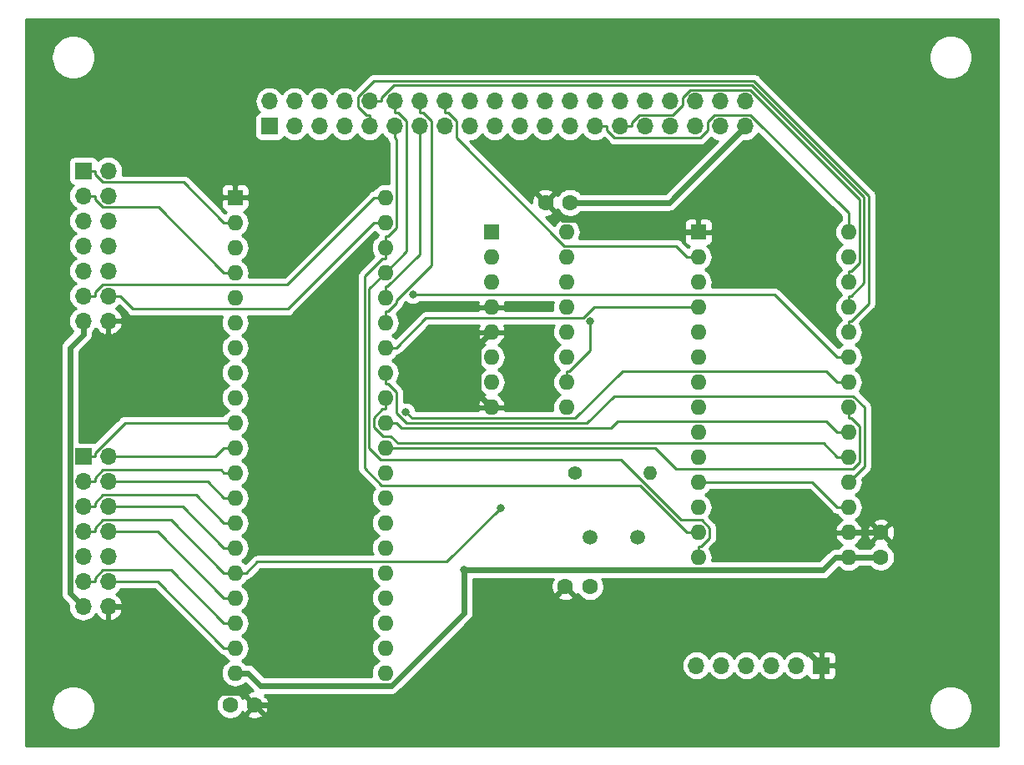
<source format=gtl>
G04 #@! TF.GenerationSoftware,KiCad,Pcbnew,(5.1.4)-1*
G04 #@! TF.CreationDate,2020-09-22T12:22:12+09:00*
G04 #@! TF.ProjectId,K65-IOB,4b36352d-494f-4422-9e6b-696361645f70,rev?*
G04 #@! TF.SameCoordinates,Original*
G04 #@! TF.FileFunction,Copper,L1,Top*
G04 #@! TF.FilePolarity,Positive*
%FSLAX46Y46*%
G04 Gerber Fmt 4.6, Leading zero omitted, Abs format (unit mm)*
G04 Created by KiCad (PCBNEW (5.1.4)-1) date 2020-09-22 12:22:12*
%MOMM*%
%LPD*%
G04 APERTURE LIST*
%ADD10O,1.600000X1.600000*%
%ADD11R,1.600000X1.600000*%
%ADD12C,1.500000*%
%ADD13O,1.400000X1.400000*%
%ADD14C,1.400000*%
%ADD15O,1.700000X1.700000*%
%ADD16R,1.700000X1.700000*%
%ADD17C,1.600000*%
%ADD18C,0.800000*%
%ADD19C,0.600000*%
%ADD20C,0.250000*%
%ADD21C,0.254000*%
G04 APERTURE END LIST*
D10*
X117145000Y-78715000D03*
X101905000Y-126975000D03*
X117145000Y-81255000D03*
X101905000Y-124435000D03*
X117145000Y-83795000D03*
X101905000Y-121895000D03*
X117145000Y-86335000D03*
X101905000Y-119355000D03*
X117145000Y-88875000D03*
X101905000Y-116815000D03*
X117145000Y-91415000D03*
X101905000Y-114275000D03*
X117145000Y-93955000D03*
X101905000Y-111735000D03*
X117145000Y-96495000D03*
X101905000Y-109195000D03*
X117145000Y-99035000D03*
X101905000Y-106655000D03*
X117145000Y-101575000D03*
X101905000Y-104115000D03*
X117145000Y-104115000D03*
X101905000Y-101575000D03*
X117145000Y-106655000D03*
X101905000Y-99035000D03*
X117145000Y-109195000D03*
X101905000Y-96495000D03*
X117145000Y-111735000D03*
X101905000Y-93955000D03*
X117145000Y-114275000D03*
X101905000Y-91415000D03*
X117145000Y-116815000D03*
X101905000Y-88875000D03*
X117145000Y-119355000D03*
X101905000Y-86335000D03*
X117145000Y-121895000D03*
X101905000Y-83795000D03*
X117145000Y-124435000D03*
X101905000Y-81255000D03*
X117145000Y-126975000D03*
D11*
X101905000Y-78715000D03*
D12*
X142785000Y-113215000D03*
X137905000Y-113215000D03*
D10*
X164145000Y-82215000D03*
X148905000Y-115235000D03*
X164145000Y-84755000D03*
X148905000Y-112695000D03*
X164145000Y-87295000D03*
X148905000Y-110155000D03*
X164145000Y-89835000D03*
X148905000Y-107615000D03*
X164145000Y-92375000D03*
X148905000Y-105075000D03*
X164145000Y-94915000D03*
X148905000Y-102535000D03*
X164145000Y-97455000D03*
X148905000Y-99995000D03*
X164145000Y-99995000D03*
X148905000Y-97455000D03*
X164145000Y-102535000D03*
X148905000Y-94915000D03*
X164145000Y-105075000D03*
X148905000Y-92375000D03*
X164145000Y-107615000D03*
X148905000Y-89835000D03*
X164145000Y-110155000D03*
X148905000Y-87295000D03*
X164145000Y-112695000D03*
X148905000Y-84755000D03*
X164145000Y-115235000D03*
D11*
X148905000Y-82215000D03*
D10*
X135525000Y-82215000D03*
X127905000Y-99995000D03*
X135525000Y-84755000D03*
X127905000Y-97455000D03*
X135525000Y-87295000D03*
X127905000Y-94915000D03*
X135525000Y-89835000D03*
X127905000Y-92375000D03*
X135525000Y-92375000D03*
X127905000Y-89835000D03*
X135525000Y-94915000D03*
X127905000Y-87295000D03*
X135525000Y-97455000D03*
X127905000Y-84755000D03*
X135525000Y-99995000D03*
D11*
X127905000Y-82215000D03*
D13*
X144025000Y-106715000D03*
D14*
X136405000Y-106715000D03*
D15*
X89040000Y-120240000D03*
X86500000Y-120240000D03*
X89040000Y-117700000D03*
X86500000Y-117700000D03*
X89040000Y-115160000D03*
X86500000Y-115160000D03*
X89040000Y-112620000D03*
X86500000Y-112620000D03*
X89040000Y-110080000D03*
X86500000Y-110080000D03*
X89040000Y-107540000D03*
X86500000Y-107540000D03*
X89040000Y-105000000D03*
D16*
X86500000Y-105000000D03*
D15*
X89040000Y-91240000D03*
X86500000Y-91240000D03*
X89040000Y-88700000D03*
X86500000Y-88700000D03*
X89040000Y-86160000D03*
X86500000Y-86160000D03*
X89040000Y-83620000D03*
X86500000Y-83620000D03*
X89040000Y-81080000D03*
X86500000Y-81080000D03*
X89040000Y-78540000D03*
X86500000Y-78540000D03*
X89040000Y-76000000D03*
D16*
X86500000Y-76000000D03*
D15*
X148705000Y-126215000D03*
X151245000Y-126215000D03*
X153785000Y-126215000D03*
X156325000Y-126215000D03*
X158865000Y-126215000D03*
D16*
X161405000Y-126215000D03*
D15*
X153660000Y-68960000D03*
X153660000Y-71500000D03*
X151120000Y-68960000D03*
X151120000Y-71500000D03*
X148580000Y-68960000D03*
X148580000Y-71500000D03*
X146040000Y-68960000D03*
X146040000Y-71500000D03*
X143500000Y-68960000D03*
X143500000Y-71500000D03*
X140960000Y-68960000D03*
X140960000Y-71500000D03*
X138420000Y-68960000D03*
X138420000Y-71500000D03*
X135880000Y-68960000D03*
X135880000Y-71500000D03*
X133340000Y-68960000D03*
X133340000Y-71500000D03*
X130800000Y-68960000D03*
X130800000Y-71500000D03*
X128260000Y-68960000D03*
X128260000Y-71500000D03*
X125720000Y-68960000D03*
X125720000Y-71500000D03*
X123180000Y-68960000D03*
X123180000Y-71500000D03*
X120640000Y-68960000D03*
X120640000Y-71500000D03*
X118100000Y-68960000D03*
X118100000Y-71500000D03*
X115560000Y-68960000D03*
X115560000Y-71500000D03*
X113020000Y-68960000D03*
X113020000Y-71500000D03*
X110480000Y-68960000D03*
X110480000Y-71500000D03*
X107940000Y-68960000D03*
X107940000Y-71500000D03*
X105400000Y-68960000D03*
D16*
X105400000Y-71500000D03*
D17*
X101405000Y-130215000D03*
X103905000Y-130215000D03*
X167405000Y-115215000D03*
X167405000Y-112715000D03*
X135405000Y-118215000D03*
X137905000Y-118215000D03*
X135905000Y-79215000D03*
X133405000Y-79215000D03*
D18*
X125139300Y-116535300D03*
X106000000Y-109000000D03*
X108500000Y-120500000D03*
X119931900Y-88565000D03*
X119215700Y-100487300D03*
X128832600Y-110225800D03*
X137938300Y-91264500D03*
D19*
X125139300Y-116535300D02*
X125139300Y-120870700D01*
X125139300Y-120870700D02*
X117734700Y-128275300D01*
X117734700Y-128275300D02*
X104505600Y-128275300D01*
X104505600Y-128275300D02*
X103205300Y-126975000D01*
X162844700Y-115235000D02*
X161544400Y-116535300D01*
X161544400Y-116535300D02*
X125139300Y-116535300D01*
X86500000Y-91240000D02*
X86500000Y-92590300D01*
X86500000Y-120240000D02*
X85149600Y-118889600D01*
X85149600Y-118889600D02*
X85149600Y-93940700D01*
X85149600Y-93940700D02*
X86500000Y-92590300D01*
X101905000Y-126975000D02*
X103205300Y-126975000D01*
X164145000Y-115235000D02*
X162844700Y-115235000D01*
X153660000Y-71500000D02*
X145945000Y-79215000D01*
X145945000Y-79215000D02*
X135905000Y-79215000D01*
X164145000Y-115235000D02*
X165445300Y-115235000D01*
X167405000Y-115215000D02*
X165465300Y-115215000D01*
X165465300Y-115215000D02*
X165445300Y-115235000D01*
X127905000Y-92375000D02*
X126601800Y-93678200D01*
X126601800Y-93678200D02*
X126601800Y-98691800D01*
X126601800Y-98691800D02*
X127905000Y-99995000D01*
X103905000Y-130215000D02*
X102604600Y-128914600D01*
X102604600Y-128914600D02*
X99064900Y-128914600D01*
X99064900Y-128914600D02*
X90390300Y-120240000D01*
X103905000Y-130215000D02*
X123405000Y-130215000D01*
X123405000Y-130215000D02*
X135405000Y-118215000D01*
X89040000Y-120240000D02*
X90390300Y-120240000D01*
X133405000Y-79215000D02*
X135104700Y-80914700D01*
X135104700Y-80914700D02*
X146304400Y-80914700D01*
X146304400Y-80914700D02*
X147604700Y-82215000D01*
X161405000Y-126215000D02*
X158734600Y-123544600D01*
X158734600Y-123544600D02*
X140734600Y-123544600D01*
X140734600Y-123544600D02*
X135405000Y-118215000D01*
X148905000Y-82215000D02*
X147604700Y-82215000D01*
X164145000Y-112695000D02*
X165445300Y-112695000D01*
X167405000Y-112715000D02*
X165465300Y-112715000D01*
X165465300Y-112715000D02*
X165445300Y-112695000D01*
D20*
X147779700Y-89835000D02*
X138342100Y-89835000D01*
X138342100Y-89835000D02*
X137216800Y-90960300D01*
X137216800Y-90960300D02*
X121265000Y-90960300D01*
X121265000Y-90960300D02*
X118270300Y-93955000D01*
X148905000Y-89835000D02*
X147779700Y-89835000D01*
X117145000Y-93955000D02*
X118270300Y-93955000D01*
X164145000Y-87295000D02*
X164145000Y-86169700D01*
X140960000Y-71500000D02*
X142135300Y-71500000D01*
X142135300Y-71500000D02*
X142135300Y-71132600D01*
X142135300Y-71132600D02*
X142943200Y-70324700D01*
X142943200Y-70324700D02*
X146339500Y-70324700D01*
X146339500Y-70324700D02*
X147310000Y-69354200D01*
X147310000Y-69354200D02*
X147310000Y-68547500D01*
X147310000Y-68547500D02*
X148072900Y-67784600D01*
X148072900Y-67784600D02*
X154181900Y-67784600D01*
X154181900Y-67784600D02*
X165270300Y-78873000D01*
X165270300Y-78873000D02*
X165270300Y-85325800D01*
X165270300Y-85325800D02*
X164426400Y-86169700D01*
X164426400Y-86169700D02*
X164145000Y-86169700D01*
X138420000Y-71500000D02*
X139595300Y-71500000D01*
X139595300Y-71500000D02*
X139595300Y-71867300D01*
X139595300Y-71867300D02*
X140403400Y-72675400D01*
X140403400Y-72675400D02*
X149068800Y-72675400D01*
X149068800Y-72675400D02*
X149850000Y-71894200D01*
X149850000Y-71894200D02*
X149850000Y-71047100D01*
X149850000Y-71047100D02*
X150572400Y-70324700D01*
X150572400Y-70324700D02*
X154192100Y-70324700D01*
X154192100Y-70324700D02*
X164145000Y-80277600D01*
X164145000Y-80277600D02*
X164145000Y-82215000D01*
X123180000Y-68960000D02*
X123180000Y-70135300D01*
X148905000Y-84755000D02*
X147779700Y-84755000D01*
X147779700Y-84755000D02*
X146654400Y-83629700D01*
X146654400Y-83629700D02*
X135298500Y-83629700D01*
X135298500Y-83629700D02*
X124355300Y-72686500D01*
X124355300Y-72686500D02*
X124355300Y-70943200D01*
X124355300Y-70943200D02*
X123547400Y-70135300D01*
X123547400Y-70135300D02*
X123180000Y-70135300D01*
X117145000Y-91415000D02*
X117145000Y-90289700D01*
X120640000Y-68960000D02*
X120640000Y-70135300D01*
X120640000Y-70135300D02*
X121007300Y-70135300D01*
X121007300Y-70135300D02*
X121830400Y-70958400D01*
X121830400Y-70958400D02*
X121830400Y-85598300D01*
X121830400Y-85598300D02*
X118270300Y-89158400D01*
X118270300Y-89158400D02*
X118270300Y-89445800D01*
X118270300Y-89445800D02*
X117426400Y-90289700D01*
X117426400Y-90289700D02*
X117145000Y-90289700D01*
X120640000Y-71500000D02*
X120640000Y-84459000D01*
X120640000Y-84459000D02*
X117349300Y-87749700D01*
X117349300Y-87749700D02*
X117145000Y-87749700D01*
X117145000Y-88875000D02*
X117145000Y-87749700D01*
X148905000Y-115235000D02*
X148905000Y-114109700D01*
X117145000Y-86335000D02*
X115520700Y-87959300D01*
X115520700Y-87959300D02*
X115520700Y-104105800D01*
X115520700Y-104105800D02*
X116703300Y-105288400D01*
X116703300Y-105288400D02*
X141010000Y-105288400D01*
X141010000Y-105288400D02*
X147146600Y-111425000D01*
X147146600Y-111425000D02*
X149226800Y-111425000D01*
X149226800Y-111425000D02*
X150030300Y-112228500D01*
X150030300Y-112228500D02*
X150030300Y-113265800D01*
X150030300Y-113265800D02*
X149186400Y-114109700D01*
X149186400Y-114109700D02*
X148905000Y-114109700D01*
X118100000Y-70135300D02*
X118467300Y-70135300D01*
X118467300Y-70135300D02*
X119278100Y-70946100D01*
X119278100Y-70946100D02*
X119278100Y-84201900D01*
X119278100Y-84201900D02*
X117145000Y-86335000D01*
X118100000Y-68960000D02*
X118100000Y-70135300D01*
X117145000Y-84920300D02*
X116863700Y-84920300D01*
X116863700Y-84920300D02*
X115070300Y-86713700D01*
X115070300Y-86713700D02*
X115070300Y-106204400D01*
X115070300Y-106204400D02*
X116790900Y-107925000D01*
X116790900Y-107925000D02*
X143009700Y-107925000D01*
X143009700Y-107925000D02*
X147779700Y-112695000D01*
X117145000Y-83795000D02*
X117145000Y-84920300D01*
X148905000Y-112695000D02*
X147779700Y-112695000D01*
X117145000Y-83795000D02*
X117145000Y-82669700D01*
X118100000Y-71500000D02*
X118100000Y-72675300D01*
X118100000Y-72675300D02*
X118270300Y-72845600D01*
X118270300Y-72845600D02*
X118270300Y-81825800D01*
X118270300Y-81825800D02*
X117426400Y-82669700D01*
X117426400Y-82669700D02*
X117145000Y-82669700D01*
X164145000Y-88709700D02*
X164426400Y-88709700D01*
X164426400Y-88709700D02*
X165720600Y-87415500D01*
X165720600Y-87415500D02*
X165720600Y-78686400D01*
X165720600Y-78686400D02*
X154368500Y-67334300D01*
X154368500Y-67334300D02*
X117993700Y-67334300D01*
X117993700Y-67334300D02*
X116735300Y-68592700D01*
X116735300Y-68592700D02*
X116735300Y-68960000D01*
X164145000Y-89835000D02*
X164145000Y-88709700D01*
X115560000Y-68960000D02*
X116735300Y-68960000D01*
X164145000Y-91249700D02*
X164426300Y-91249700D01*
X164426300Y-91249700D02*
X166209700Y-89466300D01*
X166209700Y-89466300D02*
X166209700Y-78538600D01*
X166209700Y-78538600D02*
X154555100Y-66884000D01*
X154555100Y-66884000D02*
X115969700Y-66884000D01*
X115969700Y-66884000D02*
X114384700Y-68469000D01*
X114384700Y-68469000D02*
X114384700Y-69516800D01*
X114384700Y-69516800D02*
X115192600Y-70324700D01*
X115192600Y-70324700D02*
X115560000Y-70324700D01*
X115560000Y-71500000D02*
X115560000Y-70324700D01*
X164145000Y-92375000D02*
X164145000Y-91249700D01*
X163019700Y-94915000D02*
X156669700Y-88565000D01*
X156669700Y-88565000D02*
X119931900Y-88565000D01*
X164145000Y-94915000D02*
X163019700Y-94915000D01*
X163019700Y-97455000D02*
X161894400Y-96329700D01*
X161894400Y-96329700D02*
X141223900Y-96329700D01*
X141223900Y-96329700D02*
X136425300Y-101128300D01*
X136425300Y-101128300D02*
X119856700Y-101128300D01*
X119856700Y-101128300D02*
X119215700Y-100487300D01*
X164145000Y-97455000D02*
X163019700Y-97455000D01*
X164145000Y-99995000D02*
X164145000Y-101120300D01*
X117145000Y-104115000D02*
X144542100Y-104115000D01*
X144542100Y-104115000D02*
X146679600Y-106252500D01*
X146679600Y-106252500D02*
X164622700Y-106252500D01*
X164622700Y-106252500D02*
X165270300Y-105604900D01*
X165270300Y-105604900D02*
X165270300Y-101964200D01*
X165270300Y-101964200D02*
X164426400Y-101120300D01*
X164426400Y-101120300D02*
X164145000Y-101120300D01*
X118270300Y-101575000D02*
X118778900Y-102083600D01*
X118778900Y-102083600D02*
X140064000Y-102083600D01*
X140064000Y-102083600D02*
X140737900Y-101409700D01*
X140737900Y-101409700D02*
X161894400Y-101409700D01*
X161894400Y-101409700D02*
X163019700Y-102535000D01*
X164145000Y-102535000D02*
X163019700Y-102535000D01*
X117145000Y-101575000D02*
X118270300Y-101575000D01*
X164145000Y-105075000D02*
X163019700Y-105075000D01*
X117145000Y-99035000D02*
X117145000Y-100160300D01*
X117145000Y-100160300D02*
X116863700Y-100160300D01*
X116863700Y-100160300D02*
X115971100Y-101052900D01*
X115971100Y-101052900D02*
X115971100Y-101992800D01*
X115971100Y-101992800D02*
X116907900Y-102929600D01*
X116907900Y-102929600D02*
X117721800Y-102929600D01*
X117721800Y-102929600D02*
X118452600Y-103660400D01*
X118452600Y-103660400D02*
X161605100Y-103660400D01*
X161605100Y-103660400D02*
X163019700Y-105075000D01*
X117145000Y-96495000D02*
X117145000Y-97620300D01*
X117145000Y-97620300D02*
X117426400Y-97620300D01*
X117426400Y-97620300D02*
X118270300Y-98464200D01*
X118270300Y-98464200D02*
X118270300Y-100583500D01*
X118270300Y-100583500D02*
X119320000Y-101633200D01*
X119320000Y-101633200D02*
X137593100Y-101633200D01*
X137593100Y-101633200D02*
X140358400Y-98867900D01*
X140358400Y-98867900D02*
X164629200Y-98867900D01*
X164629200Y-98867900D02*
X165740300Y-99979000D01*
X165740300Y-99979000D02*
X165740300Y-106019700D01*
X165740300Y-106019700D02*
X164145000Y-107615000D01*
X117145000Y-81255000D02*
X116019700Y-81255000D01*
X89040000Y-88700000D02*
X90215300Y-88700000D01*
X90215300Y-88700000D02*
X91554500Y-90039200D01*
X91554500Y-90039200D02*
X107235500Y-90039200D01*
X107235500Y-90039200D02*
X116019700Y-81255000D01*
X117145000Y-78715000D02*
X116019700Y-78715000D01*
X86500000Y-88700000D02*
X87675300Y-88700000D01*
X87675300Y-88700000D02*
X87675300Y-88332600D01*
X87675300Y-88332600D02*
X88483200Y-87524700D01*
X88483200Y-87524700D02*
X107210000Y-87524700D01*
X107210000Y-87524700D02*
X116019700Y-78715000D01*
X101905000Y-86335000D02*
X100779700Y-86335000D01*
X86500000Y-78540000D02*
X87675300Y-78540000D01*
X87675300Y-78540000D02*
X87675300Y-78907400D01*
X87675300Y-78907400D02*
X88483200Y-79715300D01*
X88483200Y-79715300D02*
X94160000Y-79715300D01*
X94160000Y-79715300D02*
X100779700Y-86335000D01*
X101905000Y-81255000D02*
X100779700Y-81255000D01*
X86500000Y-76000000D02*
X87675300Y-76000000D01*
X87675300Y-76000000D02*
X87675300Y-76367400D01*
X87675300Y-76367400D02*
X88483200Y-77175300D01*
X88483200Y-77175300D02*
X96700000Y-77175300D01*
X96700000Y-77175300D02*
X100779700Y-81255000D01*
X89040000Y-117700000D02*
X94044700Y-117700000D01*
X94044700Y-117700000D02*
X100779700Y-124435000D01*
X101905000Y-124435000D02*
X100779700Y-124435000D01*
X101905000Y-121895000D02*
X100779700Y-121895000D01*
X86500000Y-117700000D02*
X87675300Y-117700000D01*
X87675300Y-117700000D02*
X87675300Y-117332700D01*
X87675300Y-117332700D02*
X88512700Y-116495300D01*
X88512700Y-116495300D02*
X95380000Y-116495300D01*
X95380000Y-116495300D02*
X100779700Y-121895000D01*
X89040000Y-112620000D02*
X94044700Y-112620000D01*
X94044700Y-112620000D02*
X100779700Y-119355000D01*
X101905000Y-119355000D02*
X100779700Y-119355000D01*
X101905000Y-116815000D02*
X100779700Y-116815000D01*
X86500000Y-112620000D02*
X87675300Y-112620000D01*
X87675300Y-112620000D02*
X87675300Y-112252700D01*
X87675300Y-112252700D02*
X88512700Y-111415300D01*
X88512700Y-111415300D02*
X95380000Y-111415300D01*
X95380000Y-111415300D02*
X100779700Y-116815000D01*
X103030300Y-116815000D02*
X104155600Y-115689700D01*
X104155600Y-115689700D02*
X123368700Y-115689700D01*
X123368700Y-115689700D02*
X128832600Y-110225800D01*
X101905000Y-116815000D02*
X103030300Y-116815000D01*
X89040000Y-110080000D02*
X90215300Y-110080000D01*
X90215300Y-110080000D02*
X96584700Y-110080000D01*
X96584700Y-110080000D02*
X100779700Y-114275000D01*
X101905000Y-114275000D02*
X100779700Y-114275000D01*
X101905000Y-111735000D02*
X100779700Y-111735000D01*
X86500000Y-110080000D02*
X87675300Y-110080000D01*
X87675300Y-110080000D02*
X87675300Y-109712700D01*
X87675300Y-109712700D02*
X88492800Y-108895200D01*
X88492800Y-108895200D02*
X97939900Y-108895200D01*
X97939900Y-108895200D02*
X100779700Y-111735000D01*
X101905000Y-109195000D02*
X100779700Y-109195000D01*
X100779700Y-109195000D02*
X99124700Y-107540000D01*
X99124700Y-107540000D02*
X90215300Y-107540000D01*
X89040000Y-107540000D02*
X90215300Y-107540000D01*
X101905000Y-106655000D02*
X100779700Y-106655000D01*
X86500000Y-107540000D02*
X87675300Y-107540000D01*
X87675300Y-107540000D02*
X87675300Y-107172700D01*
X87675300Y-107172700D02*
X88493800Y-106354200D01*
X88493800Y-106354200D02*
X100478900Y-106354200D01*
X100478900Y-106354200D02*
X100779700Y-106655000D01*
X101905000Y-104115000D02*
X100779700Y-104115000D01*
X89040000Y-105000000D02*
X99894700Y-105000000D01*
X99894700Y-105000000D02*
X100779700Y-104115000D01*
X86500000Y-105000000D02*
X87675300Y-105000000D01*
X87675300Y-105000000D02*
X87675300Y-104632700D01*
X87675300Y-104632700D02*
X90733000Y-101575000D01*
X90733000Y-101575000D02*
X101905000Y-101575000D01*
X135525000Y-97455000D02*
X135525000Y-96329700D01*
X137938300Y-91264500D02*
X137938300Y-94197700D01*
X137938300Y-94197700D02*
X135806300Y-96329700D01*
X135806300Y-96329700D02*
X135525000Y-96329700D01*
X148905000Y-107615000D02*
X160479700Y-107615000D01*
X160479700Y-107615000D02*
X163019700Y-110155000D01*
X164145000Y-110155000D02*
X163019700Y-110155000D01*
D21*
G36*
X179340001Y-134340000D02*
G01*
X80660000Y-134340000D01*
X80660000Y-130279872D01*
X83265000Y-130279872D01*
X83265000Y-130720128D01*
X83350890Y-131151925D01*
X83519369Y-131558669D01*
X83763962Y-131924729D01*
X84075271Y-132236038D01*
X84441331Y-132480631D01*
X84848075Y-132649110D01*
X85279872Y-132735000D01*
X85720128Y-132735000D01*
X86151925Y-132649110D01*
X86558669Y-132480631D01*
X86924729Y-132236038D01*
X87236038Y-131924729D01*
X87480631Y-131558669D01*
X87649110Y-131151925D01*
X87735000Y-130720128D01*
X87735000Y-130279872D01*
X87693983Y-130073665D01*
X99970000Y-130073665D01*
X99970000Y-130356335D01*
X100025147Y-130633574D01*
X100133320Y-130894727D01*
X100290363Y-131129759D01*
X100490241Y-131329637D01*
X100725273Y-131486680D01*
X100986426Y-131594853D01*
X101263665Y-131650000D01*
X101546335Y-131650000D01*
X101823574Y-131594853D01*
X102084727Y-131486680D01*
X102319759Y-131329637D01*
X102441694Y-131207702D01*
X103091903Y-131207702D01*
X103163486Y-131451671D01*
X103418996Y-131572571D01*
X103693184Y-131641300D01*
X103975512Y-131655217D01*
X104255130Y-131613787D01*
X104521292Y-131518603D01*
X104646514Y-131451671D01*
X104718097Y-131207702D01*
X103905000Y-130394605D01*
X103091903Y-131207702D01*
X102441694Y-131207702D01*
X102519637Y-131129759D01*
X102653692Y-130929131D01*
X102668329Y-130956514D01*
X102912298Y-131028097D01*
X103725395Y-130215000D01*
X102912298Y-129401903D01*
X102668329Y-129473486D01*
X102654676Y-129502341D01*
X102519637Y-129300241D01*
X102319759Y-129100363D01*
X102084727Y-128943320D01*
X101823574Y-128835147D01*
X101546335Y-128780000D01*
X101263665Y-128780000D01*
X100986426Y-128835147D01*
X100725273Y-128943320D01*
X100490241Y-129100363D01*
X100290363Y-129300241D01*
X100133320Y-129535273D01*
X100025147Y-129796426D01*
X99970000Y-130073665D01*
X87693983Y-130073665D01*
X87649110Y-129848075D01*
X87480631Y-129441331D01*
X87236038Y-129075271D01*
X86924729Y-128763962D01*
X86558669Y-128519369D01*
X86151925Y-128350890D01*
X85720128Y-128265000D01*
X85279872Y-128265000D01*
X84848075Y-128350890D01*
X84441331Y-128519369D01*
X84075271Y-128763962D01*
X83763962Y-129075271D01*
X83519369Y-129441331D01*
X83350890Y-129848075D01*
X83265000Y-130279872D01*
X80660000Y-130279872D01*
X80660000Y-93940700D01*
X84210076Y-93940700D01*
X84214601Y-93986642D01*
X84214600Y-118843668D01*
X84210076Y-118889600D01*
X84214600Y-118935531D01*
X84228129Y-119072891D01*
X84281593Y-119249139D01*
X84368414Y-119411571D01*
X84485256Y-119553944D01*
X84520941Y-119583230D01*
X85023048Y-120085337D01*
X85007815Y-120240000D01*
X85036487Y-120531111D01*
X85121401Y-120811034D01*
X85259294Y-121069014D01*
X85444866Y-121295134D01*
X85670986Y-121480706D01*
X85928966Y-121618599D01*
X86208889Y-121703513D01*
X86427050Y-121725000D01*
X86572950Y-121725000D01*
X86791111Y-121703513D01*
X87071034Y-121618599D01*
X87329014Y-121480706D01*
X87555134Y-121295134D01*
X87740706Y-121069014D01*
X87771584Y-121011244D01*
X87942412Y-121240269D01*
X88158645Y-121435178D01*
X88408748Y-121584157D01*
X88683109Y-121681481D01*
X88913000Y-121560814D01*
X88913000Y-120367000D01*
X89167000Y-120367000D01*
X89167000Y-121560814D01*
X89396891Y-121681481D01*
X89671252Y-121584157D01*
X89921355Y-121435178D01*
X90137588Y-121240269D01*
X90311641Y-121006920D01*
X90436825Y-120744099D01*
X90481476Y-120596890D01*
X90360155Y-120367000D01*
X89167000Y-120367000D01*
X88913000Y-120367000D01*
X88893000Y-120367000D01*
X88893000Y-120113000D01*
X88913000Y-120113000D01*
X88913000Y-120093000D01*
X89167000Y-120093000D01*
X89167000Y-120113000D01*
X90360155Y-120113000D01*
X90481476Y-119883110D01*
X90436825Y-119735901D01*
X90311641Y-119473080D01*
X90137588Y-119239731D01*
X89921355Y-119044822D01*
X89804477Y-118975201D01*
X89869014Y-118940706D01*
X90095134Y-118755134D01*
X90280706Y-118529014D01*
X90317595Y-118460000D01*
X93729899Y-118460000D01*
X100215901Y-124946003D01*
X100239699Y-124975001D01*
X100355424Y-125069974D01*
X100487453Y-125140546D01*
X100630714Y-125184003D01*
X100680861Y-125188942D01*
X100706068Y-125236101D01*
X100885392Y-125454608D01*
X101103899Y-125633932D01*
X101236858Y-125705000D01*
X101103899Y-125776068D01*
X100885392Y-125955392D01*
X100706068Y-126173899D01*
X100572818Y-126423192D01*
X100490764Y-126693691D01*
X100463057Y-126975000D01*
X100490764Y-127256309D01*
X100572818Y-127526808D01*
X100706068Y-127776101D01*
X100885392Y-127994608D01*
X101103899Y-128173932D01*
X101353192Y-128307182D01*
X101623691Y-128389236D01*
X101834508Y-128410000D01*
X101975492Y-128410000D01*
X102186309Y-128389236D01*
X102456808Y-128307182D01*
X102706101Y-128173932D01*
X102912531Y-128004520D01*
X103702370Y-128794359D01*
X103554870Y-128816213D01*
X103288708Y-128911397D01*
X103163486Y-128978329D01*
X103091903Y-129222298D01*
X103905000Y-130035395D01*
X103919143Y-130021253D01*
X104098748Y-130200858D01*
X104084605Y-130215000D01*
X104897702Y-131028097D01*
X105141671Y-130956514D01*
X105262571Y-130701004D01*
X105331300Y-130426816D01*
X105338543Y-130279872D01*
X172265000Y-130279872D01*
X172265000Y-130720128D01*
X172350890Y-131151925D01*
X172519369Y-131558669D01*
X172763962Y-131924729D01*
X173075271Y-132236038D01*
X173441331Y-132480631D01*
X173848075Y-132649110D01*
X174279872Y-132735000D01*
X174720128Y-132735000D01*
X175151925Y-132649110D01*
X175558669Y-132480631D01*
X175924729Y-132236038D01*
X176236038Y-131924729D01*
X176480631Y-131558669D01*
X176649110Y-131151925D01*
X176735000Y-130720128D01*
X176735000Y-130279872D01*
X176649110Y-129848075D01*
X176480631Y-129441331D01*
X176236038Y-129075271D01*
X175924729Y-128763962D01*
X175558669Y-128519369D01*
X175151925Y-128350890D01*
X174720128Y-128265000D01*
X174279872Y-128265000D01*
X173848075Y-128350890D01*
X173441331Y-128519369D01*
X173075271Y-128763962D01*
X172763962Y-129075271D01*
X172519369Y-129441331D01*
X172350890Y-129848075D01*
X172265000Y-130279872D01*
X105338543Y-130279872D01*
X105345217Y-130144488D01*
X105303787Y-129864870D01*
X105208603Y-129598708D01*
X105141671Y-129473486D01*
X104897704Y-129401903D01*
X105013977Y-129285630D01*
X104938647Y-129210300D01*
X117688768Y-129210300D01*
X117734700Y-129214824D01*
X117780632Y-129210300D01*
X117917992Y-129196771D01*
X118094240Y-129143307D01*
X118256672Y-129056486D01*
X118399044Y-128939644D01*
X118428330Y-128903959D01*
X121117289Y-126215000D01*
X147212815Y-126215000D01*
X147241487Y-126506111D01*
X147326401Y-126786034D01*
X147464294Y-127044014D01*
X147649866Y-127270134D01*
X147875986Y-127455706D01*
X148133966Y-127593599D01*
X148413889Y-127678513D01*
X148632050Y-127700000D01*
X148777950Y-127700000D01*
X148996111Y-127678513D01*
X149276034Y-127593599D01*
X149534014Y-127455706D01*
X149760134Y-127270134D01*
X149945706Y-127044014D01*
X149975000Y-126989209D01*
X150004294Y-127044014D01*
X150189866Y-127270134D01*
X150415986Y-127455706D01*
X150673966Y-127593599D01*
X150953889Y-127678513D01*
X151172050Y-127700000D01*
X151317950Y-127700000D01*
X151536111Y-127678513D01*
X151816034Y-127593599D01*
X152074014Y-127455706D01*
X152300134Y-127270134D01*
X152485706Y-127044014D01*
X152515000Y-126989209D01*
X152544294Y-127044014D01*
X152729866Y-127270134D01*
X152955986Y-127455706D01*
X153213966Y-127593599D01*
X153493889Y-127678513D01*
X153712050Y-127700000D01*
X153857950Y-127700000D01*
X154076111Y-127678513D01*
X154356034Y-127593599D01*
X154614014Y-127455706D01*
X154840134Y-127270134D01*
X155025706Y-127044014D01*
X155055000Y-126989209D01*
X155084294Y-127044014D01*
X155269866Y-127270134D01*
X155495986Y-127455706D01*
X155753966Y-127593599D01*
X156033889Y-127678513D01*
X156252050Y-127700000D01*
X156397950Y-127700000D01*
X156616111Y-127678513D01*
X156896034Y-127593599D01*
X157154014Y-127455706D01*
X157380134Y-127270134D01*
X157565706Y-127044014D01*
X157595000Y-126989209D01*
X157624294Y-127044014D01*
X157809866Y-127270134D01*
X158035986Y-127455706D01*
X158293966Y-127593599D01*
X158573889Y-127678513D01*
X158792050Y-127700000D01*
X158937950Y-127700000D01*
X159156111Y-127678513D01*
X159436034Y-127593599D01*
X159694014Y-127455706D01*
X159920134Y-127270134D01*
X159944607Y-127240313D01*
X159965498Y-127309180D01*
X160024463Y-127419494D01*
X160103815Y-127516185D01*
X160200506Y-127595537D01*
X160310820Y-127654502D01*
X160430518Y-127690812D01*
X160555000Y-127703072D01*
X161119250Y-127700000D01*
X161278000Y-127541250D01*
X161278000Y-126342000D01*
X161532000Y-126342000D01*
X161532000Y-127541250D01*
X161690750Y-127700000D01*
X162255000Y-127703072D01*
X162379482Y-127690812D01*
X162499180Y-127654502D01*
X162609494Y-127595537D01*
X162706185Y-127516185D01*
X162785537Y-127419494D01*
X162844502Y-127309180D01*
X162880812Y-127189482D01*
X162893072Y-127065000D01*
X162890000Y-126500750D01*
X162731250Y-126342000D01*
X161532000Y-126342000D01*
X161278000Y-126342000D01*
X161258000Y-126342000D01*
X161258000Y-126088000D01*
X161278000Y-126088000D01*
X161278000Y-124888750D01*
X161532000Y-124888750D01*
X161532000Y-126088000D01*
X162731250Y-126088000D01*
X162890000Y-125929250D01*
X162893072Y-125365000D01*
X162880812Y-125240518D01*
X162844502Y-125120820D01*
X162785537Y-125010506D01*
X162706185Y-124913815D01*
X162609494Y-124834463D01*
X162499180Y-124775498D01*
X162379482Y-124739188D01*
X162255000Y-124726928D01*
X161690750Y-124730000D01*
X161532000Y-124888750D01*
X161278000Y-124888750D01*
X161119250Y-124730000D01*
X160555000Y-124726928D01*
X160430518Y-124739188D01*
X160310820Y-124775498D01*
X160200506Y-124834463D01*
X160103815Y-124913815D01*
X160024463Y-125010506D01*
X159965498Y-125120820D01*
X159944607Y-125189687D01*
X159920134Y-125159866D01*
X159694014Y-124974294D01*
X159436034Y-124836401D01*
X159156111Y-124751487D01*
X158937950Y-124730000D01*
X158792050Y-124730000D01*
X158573889Y-124751487D01*
X158293966Y-124836401D01*
X158035986Y-124974294D01*
X157809866Y-125159866D01*
X157624294Y-125385986D01*
X157595000Y-125440791D01*
X157565706Y-125385986D01*
X157380134Y-125159866D01*
X157154014Y-124974294D01*
X156896034Y-124836401D01*
X156616111Y-124751487D01*
X156397950Y-124730000D01*
X156252050Y-124730000D01*
X156033889Y-124751487D01*
X155753966Y-124836401D01*
X155495986Y-124974294D01*
X155269866Y-125159866D01*
X155084294Y-125385986D01*
X155055000Y-125440791D01*
X155025706Y-125385986D01*
X154840134Y-125159866D01*
X154614014Y-124974294D01*
X154356034Y-124836401D01*
X154076111Y-124751487D01*
X153857950Y-124730000D01*
X153712050Y-124730000D01*
X153493889Y-124751487D01*
X153213966Y-124836401D01*
X152955986Y-124974294D01*
X152729866Y-125159866D01*
X152544294Y-125385986D01*
X152515000Y-125440791D01*
X152485706Y-125385986D01*
X152300134Y-125159866D01*
X152074014Y-124974294D01*
X151816034Y-124836401D01*
X151536111Y-124751487D01*
X151317950Y-124730000D01*
X151172050Y-124730000D01*
X150953889Y-124751487D01*
X150673966Y-124836401D01*
X150415986Y-124974294D01*
X150189866Y-125159866D01*
X150004294Y-125385986D01*
X149975000Y-125440791D01*
X149945706Y-125385986D01*
X149760134Y-125159866D01*
X149534014Y-124974294D01*
X149276034Y-124836401D01*
X148996111Y-124751487D01*
X148777950Y-124730000D01*
X148632050Y-124730000D01*
X148413889Y-124751487D01*
X148133966Y-124836401D01*
X147875986Y-124974294D01*
X147649866Y-125159866D01*
X147464294Y-125385986D01*
X147326401Y-125643966D01*
X147241487Y-125923889D01*
X147212815Y-126215000D01*
X121117289Y-126215000D01*
X125767959Y-121564330D01*
X125803644Y-121535044D01*
X125920486Y-121392672D01*
X126007307Y-121230240D01*
X126036198Y-121135000D01*
X126060772Y-121053992D01*
X126078824Y-120870700D01*
X126074300Y-120824765D01*
X126074300Y-119207702D01*
X134591903Y-119207702D01*
X134663486Y-119451671D01*
X134918996Y-119572571D01*
X135193184Y-119641300D01*
X135475512Y-119655217D01*
X135755130Y-119613787D01*
X136021292Y-119518603D01*
X136146514Y-119451671D01*
X136218097Y-119207702D01*
X135405000Y-118394605D01*
X134591903Y-119207702D01*
X126074300Y-119207702D01*
X126074300Y-117470300D01*
X134179188Y-117470300D01*
X134168329Y-117473486D01*
X134047429Y-117728996D01*
X133978700Y-118003184D01*
X133964783Y-118285512D01*
X134006213Y-118565130D01*
X134101397Y-118831292D01*
X134168329Y-118956514D01*
X134412298Y-119028097D01*
X135225395Y-118215000D01*
X135211253Y-118200858D01*
X135390858Y-118021253D01*
X135405000Y-118035395D01*
X135419143Y-118021253D01*
X135598748Y-118200858D01*
X135584605Y-118215000D01*
X136397702Y-119028097D01*
X136641671Y-118956514D01*
X136655324Y-118927659D01*
X136790363Y-119129759D01*
X136990241Y-119329637D01*
X137225273Y-119486680D01*
X137486426Y-119594853D01*
X137763665Y-119650000D01*
X138046335Y-119650000D01*
X138323574Y-119594853D01*
X138584727Y-119486680D01*
X138819759Y-119329637D01*
X139019637Y-119129759D01*
X139176680Y-118894727D01*
X139284853Y-118633574D01*
X139340000Y-118356335D01*
X139340000Y-118073665D01*
X139284853Y-117796426D01*
X139176680Y-117535273D01*
X139133267Y-117470300D01*
X161498468Y-117470300D01*
X161544400Y-117474824D01*
X161590332Y-117470300D01*
X161727692Y-117456771D01*
X161903940Y-117403307D01*
X162066372Y-117316486D01*
X162208744Y-117199644D01*
X162238030Y-117163959D01*
X163137469Y-116264520D01*
X163343899Y-116433932D01*
X163593192Y-116567182D01*
X163863691Y-116649236D01*
X164074508Y-116670000D01*
X164215492Y-116670000D01*
X164426309Y-116649236D01*
X164696808Y-116567182D01*
X164946101Y-116433932D01*
X165164608Y-116254608D01*
X165234044Y-116170000D01*
X165399368Y-116170000D01*
X165445300Y-116174524D01*
X165491232Y-116170000D01*
X165628592Y-116156471D01*
X165649924Y-116150000D01*
X166310604Y-116150000D01*
X166490241Y-116329637D01*
X166725273Y-116486680D01*
X166986426Y-116594853D01*
X167263665Y-116650000D01*
X167546335Y-116650000D01*
X167823574Y-116594853D01*
X168084727Y-116486680D01*
X168319759Y-116329637D01*
X168519637Y-116129759D01*
X168676680Y-115894727D01*
X168784853Y-115633574D01*
X168840000Y-115356335D01*
X168840000Y-115073665D01*
X168784853Y-114796426D01*
X168676680Y-114535273D01*
X168519637Y-114300241D01*
X168319759Y-114100363D01*
X168119131Y-113966308D01*
X168146514Y-113951671D01*
X168218097Y-113707702D01*
X167405000Y-112894605D01*
X166591903Y-113707702D01*
X166663486Y-113951671D01*
X166692341Y-113965324D01*
X166490241Y-114100363D01*
X166310604Y-114280000D01*
X165511231Y-114280000D01*
X165465299Y-114275476D01*
X165309726Y-114290799D01*
X165282008Y-114293529D01*
X165260676Y-114300000D01*
X165234044Y-114300000D01*
X165164608Y-114215392D01*
X164946101Y-114036068D01*
X164808318Y-113962421D01*
X165000131Y-113847385D01*
X165208519Y-113658414D01*
X165376037Y-113432420D01*
X165496246Y-113178087D01*
X165536904Y-113044039D01*
X165414915Y-112822000D01*
X164272000Y-112822000D01*
X164272000Y-112842000D01*
X164018000Y-112842000D01*
X164018000Y-112822000D01*
X162875085Y-112822000D01*
X162753096Y-113044039D01*
X162793754Y-113178087D01*
X162913963Y-113432420D01*
X163081481Y-113658414D01*
X163289869Y-113847385D01*
X163481682Y-113962421D01*
X163343899Y-114036068D01*
X163125392Y-114215392D01*
X163055956Y-114300000D01*
X162890632Y-114300000D01*
X162844700Y-114295476D01*
X162798768Y-114300000D01*
X162661408Y-114313529D01*
X162485160Y-114366993D01*
X162322728Y-114453814D01*
X162180356Y-114570656D01*
X162151070Y-114606341D01*
X161157111Y-115600300D01*
X150293758Y-115600300D01*
X150319236Y-115516309D01*
X150346943Y-115235000D01*
X150319236Y-114953691D01*
X150237182Y-114683192D01*
X150103932Y-114433899D01*
X150028688Y-114342214D01*
X150541303Y-113829599D01*
X150570301Y-113805801D01*
X150665274Y-113690076D01*
X150735846Y-113558047D01*
X150779303Y-113414786D01*
X150790300Y-113303133D01*
X150790300Y-113303123D01*
X150793976Y-113265800D01*
X150790300Y-113228477D01*
X150790300Y-112785512D01*
X165964783Y-112785512D01*
X166006213Y-113065130D01*
X166101397Y-113331292D01*
X166168329Y-113456514D01*
X166412298Y-113528097D01*
X167225395Y-112715000D01*
X167584605Y-112715000D01*
X168397702Y-113528097D01*
X168641671Y-113456514D01*
X168762571Y-113201004D01*
X168831300Y-112926816D01*
X168845217Y-112644488D01*
X168803787Y-112364870D01*
X168708603Y-112098708D01*
X168641671Y-111973486D01*
X168397702Y-111901903D01*
X167584605Y-112715000D01*
X167225395Y-112715000D01*
X166412298Y-111901903D01*
X166168329Y-111973486D01*
X166047429Y-112228996D01*
X165978700Y-112503184D01*
X165964783Y-112785512D01*
X150790300Y-112785512D01*
X150790300Y-112265833D01*
X150793977Y-112228500D01*
X150779303Y-112079514D01*
X150735846Y-111936253D01*
X150665274Y-111804224D01*
X150594099Y-111717497D01*
X150570301Y-111688499D01*
X150541304Y-111664702D01*
X149981674Y-111105073D01*
X150103932Y-110956101D01*
X150237182Y-110706808D01*
X150319236Y-110436309D01*
X150346943Y-110155000D01*
X150319236Y-109873691D01*
X150237182Y-109603192D01*
X150103932Y-109353899D01*
X149924608Y-109135392D01*
X149706101Y-108956068D01*
X149573142Y-108885000D01*
X149706101Y-108813932D01*
X149924608Y-108634608D01*
X150103932Y-108416101D01*
X150125901Y-108375000D01*
X160164899Y-108375000D01*
X162455905Y-110666008D01*
X162479699Y-110695001D01*
X162508692Y-110718795D01*
X162508696Y-110718799D01*
X162579385Y-110776811D01*
X162595424Y-110789974D01*
X162727453Y-110860546D01*
X162870714Y-110904003D01*
X162920861Y-110908942D01*
X162946068Y-110956101D01*
X163125392Y-111174608D01*
X163343899Y-111353932D01*
X163481682Y-111427579D01*
X163289869Y-111542615D01*
X163081481Y-111731586D01*
X162913963Y-111957580D01*
X162793754Y-112211913D01*
X162753096Y-112345961D01*
X162875085Y-112568000D01*
X164018000Y-112568000D01*
X164018000Y-112548000D01*
X164272000Y-112548000D01*
X164272000Y-112568000D01*
X165414915Y-112568000D01*
X165536904Y-112345961D01*
X165496246Y-112211913D01*
X165376037Y-111957580D01*
X165208519Y-111731586D01*
X165198277Y-111722298D01*
X166591903Y-111722298D01*
X167405000Y-112535395D01*
X168218097Y-111722298D01*
X168146514Y-111478329D01*
X167891004Y-111357429D01*
X167616816Y-111288700D01*
X167334488Y-111274783D01*
X167054870Y-111316213D01*
X166788708Y-111411397D01*
X166663486Y-111478329D01*
X166591903Y-111722298D01*
X165198277Y-111722298D01*
X165000131Y-111542615D01*
X164808318Y-111427579D01*
X164946101Y-111353932D01*
X165164608Y-111174608D01*
X165343932Y-110956101D01*
X165477182Y-110706808D01*
X165559236Y-110436309D01*
X165586943Y-110155000D01*
X165559236Y-109873691D01*
X165477182Y-109603192D01*
X165343932Y-109353899D01*
X165164608Y-109135392D01*
X164946101Y-108956068D01*
X164813142Y-108885000D01*
X164946101Y-108813932D01*
X165164608Y-108634608D01*
X165343932Y-108416101D01*
X165477182Y-108166808D01*
X165559236Y-107896309D01*
X165586943Y-107615000D01*
X165559236Y-107333691D01*
X165545708Y-107289094D01*
X166251303Y-106583499D01*
X166280301Y-106559701D01*
X166326682Y-106503186D01*
X166375274Y-106443977D01*
X166445846Y-106311947D01*
X166446301Y-106310446D01*
X166489303Y-106168686D01*
X166500300Y-106057033D01*
X166500300Y-106057023D01*
X166503976Y-106019700D01*
X166500300Y-105982377D01*
X166500300Y-100016325D01*
X166503976Y-99979000D01*
X166500300Y-99941675D01*
X166500300Y-99941667D01*
X166489303Y-99830014D01*
X166445846Y-99686753D01*
X166375274Y-99554724D01*
X166280301Y-99438999D01*
X166251304Y-99415202D01*
X165230464Y-98394363D01*
X165343932Y-98256101D01*
X165477182Y-98006808D01*
X165559236Y-97736309D01*
X165586943Y-97455000D01*
X165559236Y-97173691D01*
X165477182Y-96903192D01*
X165343932Y-96653899D01*
X165164608Y-96435392D01*
X164946101Y-96256068D01*
X164813142Y-96185000D01*
X164946101Y-96113932D01*
X165164608Y-95934608D01*
X165343932Y-95716101D01*
X165477182Y-95466808D01*
X165559236Y-95196309D01*
X165586943Y-94915000D01*
X165559236Y-94633691D01*
X165477182Y-94363192D01*
X165343932Y-94113899D01*
X165164608Y-93895392D01*
X164946101Y-93716068D01*
X164813142Y-93645000D01*
X164946101Y-93573932D01*
X165164608Y-93394608D01*
X165343932Y-93176101D01*
X165477182Y-92926808D01*
X165559236Y-92656309D01*
X165586943Y-92375000D01*
X165559236Y-92093691D01*
X165477182Y-91823192D01*
X165343932Y-91573899D01*
X165268643Y-91482159D01*
X166720709Y-90030094D01*
X166749701Y-90006301D01*
X166773495Y-89977308D01*
X166773499Y-89977304D01*
X166844673Y-89890577D01*
X166844674Y-89890576D01*
X166915246Y-89758547D01*
X166958703Y-89615286D01*
X166969700Y-89503633D01*
X166969700Y-89503624D01*
X166973376Y-89466301D01*
X166969700Y-89428978D01*
X166969700Y-78575922D01*
X166973376Y-78538599D01*
X166969700Y-78501276D01*
X166969700Y-78501267D01*
X166958703Y-78389614D01*
X166915246Y-78246353D01*
X166844674Y-78114324D01*
X166816527Y-78080027D01*
X166773499Y-78027596D01*
X166773495Y-78027592D01*
X166749701Y-77998599D01*
X166720708Y-77974805D01*
X155118904Y-66373003D01*
X155095101Y-66343999D01*
X154979376Y-66249026D01*
X154847347Y-66178454D01*
X154704086Y-66134997D01*
X154592433Y-66124000D01*
X154592422Y-66124000D01*
X154555100Y-66120324D01*
X154517778Y-66124000D01*
X116007022Y-66124000D01*
X115969699Y-66120324D01*
X115932376Y-66124000D01*
X115932367Y-66124000D01*
X115820714Y-66134997D01*
X115677453Y-66178454D01*
X115545424Y-66249026D01*
X115545422Y-66249027D01*
X115545423Y-66249027D01*
X115458696Y-66320201D01*
X115458692Y-66320205D01*
X115429699Y-66343999D01*
X115405905Y-66372992D01*
X113964680Y-67814219D01*
X113849014Y-67719294D01*
X113591034Y-67581401D01*
X113311111Y-67496487D01*
X113092950Y-67475000D01*
X112947050Y-67475000D01*
X112728889Y-67496487D01*
X112448966Y-67581401D01*
X112190986Y-67719294D01*
X111964866Y-67904866D01*
X111779294Y-68130986D01*
X111750000Y-68185791D01*
X111720706Y-68130986D01*
X111535134Y-67904866D01*
X111309014Y-67719294D01*
X111051034Y-67581401D01*
X110771111Y-67496487D01*
X110552950Y-67475000D01*
X110407050Y-67475000D01*
X110188889Y-67496487D01*
X109908966Y-67581401D01*
X109650986Y-67719294D01*
X109424866Y-67904866D01*
X109239294Y-68130986D01*
X109210000Y-68185791D01*
X109180706Y-68130986D01*
X108995134Y-67904866D01*
X108769014Y-67719294D01*
X108511034Y-67581401D01*
X108231111Y-67496487D01*
X108012950Y-67475000D01*
X107867050Y-67475000D01*
X107648889Y-67496487D01*
X107368966Y-67581401D01*
X107110986Y-67719294D01*
X106884866Y-67904866D01*
X106699294Y-68130986D01*
X106670000Y-68185791D01*
X106640706Y-68130986D01*
X106455134Y-67904866D01*
X106229014Y-67719294D01*
X105971034Y-67581401D01*
X105691111Y-67496487D01*
X105472950Y-67475000D01*
X105327050Y-67475000D01*
X105108889Y-67496487D01*
X104828966Y-67581401D01*
X104570986Y-67719294D01*
X104344866Y-67904866D01*
X104159294Y-68130986D01*
X104021401Y-68388966D01*
X103936487Y-68668889D01*
X103907815Y-68960000D01*
X103936487Y-69251111D01*
X104021401Y-69531034D01*
X104159294Y-69789014D01*
X104344866Y-70015134D01*
X104374687Y-70039607D01*
X104305820Y-70060498D01*
X104195506Y-70119463D01*
X104098815Y-70198815D01*
X104019463Y-70295506D01*
X103960498Y-70405820D01*
X103924188Y-70525518D01*
X103911928Y-70650000D01*
X103911928Y-72350000D01*
X103924188Y-72474482D01*
X103960498Y-72594180D01*
X104019463Y-72704494D01*
X104098815Y-72801185D01*
X104195506Y-72880537D01*
X104305820Y-72939502D01*
X104425518Y-72975812D01*
X104550000Y-72988072D01*
X106250000Y-72988072D01*
X106374482Y-72975812D01*
X106494180Y-72939502D01*
X106604494Y-72880537D01*
X106701185Y-72801185D01*
X106780537Y-72704494D01*
X106839502Y-72594180D01*
X106860393Y-72525313D01*
X106884866Y-72555134D01*
X107110986Y-72740706D01*
X107368966Y-72878599D01*
X107648889Y-72963513D01*
X107867050Y-72985000D01*
X108012950Y-72985000D01*
X108231111Y-72963513D01*
X108511034Y-72878599D01*
X108769014Y-72740706D01*
X108995134Y-72555134D01*
X109180706Y-72329014D01*
X109210000Y-72274209D01*
X109239294Y-72329014D01*
X109424866Y-72555134D01*
X109650986Y-72740706D01*
X109908966Y-72878599D01*
X110188889Y-72963513D01*
X110407050Y-72985000D01*
X110552950Y-72985000D01*
X110771111Y-72963513D01*
X111051034Y-72878599D01*
X111309014Y-72740706D01*
X111535134Y-72555134D01*
X111720706Y-72329014D01*
X111750000Y-72274209D01*
X111779294Y-72329014D01*
X111964866Y-72555134D01*
X112190986Y-72740706D01*
X112448966Y-72878599D01*
X112728889Y-72963513D01*
X112947050Y-72985000D01*
X113092950Y-72985000D01*
X113311111Y-72963513D01*
X113591034Y-72878599D01*
X113849014Y-72740706D01*
X114075134Y-72555134D01*
X114260706Y-72329014D01*
X114290000Y-72274209D01*
X114319294Y-72329014D01*
X114504866Y-72555134D01*
X114730986Y-72740706D01*
X114988966Y-72878599D01*
X115268889Y-72963513D01*
X115487050Y-72985000D01*
X115632950Y-72985000D01*
X115851111Y-72963513D01*
X116131034Y-72878599D01*
X116389014Y-72740706D01*
X116615134Y-72555134D01*
X116800706Y-72329014D01*
X116830000Y-72274209D01*
X116859294Y-72329014D01*
X117044866Y-72555134D01*
X117270986Y-72740706D01*
X117346755Y-72781205D01*
X117350998Y-72824286D01*
X117364180Y-72867742D01*
X117394454Y-72967546D01*
X117465026Y-73099576D01*
X117496434Y-73137846D01*
X117510300Y-73154741D01*
X117510300Y-77326242D01*
X117426309Y-77300764D01*
X117215492Y-77280000D01*
X117074508Y-77280000D01*
X116863691Y-77300764D01*
X116593192Y-77382818D01*
X116343899Y-77516068D01*
X116125392Y-77695392D01*
X115946068Y-77913899D01*
X115920861Y-77961058D01*
X115870714Y-77965997D01*
X115727453Y-78009454D01*
X115595424Y-78080026D01*
X115479699Y-78174999D01*
X115455901Y-78203997D01*
X106895199Y-86764700D01*
X103274223Y-86764700D01*
X103319236Y-86616309D01*
X103346943Y-86335000D01*
X103319236Y-86053691D01*
X103237182Y-85783192D01*
X103103932Y-85533899D01*
X102924608Y-85315392D01*
X102706101Y-85136068D01*
X102573142Y-85065000D01*
X102706101Y-84993932D01*
X102924608Y-84814608D01*
X103103932Y-84596101D01*
X103237182Y-84346808D01*
X103319236Y-84076309D01*
X103346943Y-83795000D01*
X103319236Y-83513691D01*
X103237182Y-83243192D01*
X103103932Y-82993899D01*
X102924608Y-82775392D01*
X102706101Y-82596068D01*
X102573142Y-82525000D01*
X102706101Y-82453932D01*
X102924608Y-82274608D01*
X103103932Y-82056101D01*
X103237182Y-81806808D01*
X103319236Y-81536309D01*
X103346943Y-81255000D01*
X103319236Y-80973691D01*
X103237182Y-80703192D01*
X103103932Y-80453899D01*
X102924608Y-80235392D01*
X102811518Y-80142581D01*
X102829482Y-80140812D01*
X102949180Y-80104502D01*
X103059494Y-80045537D01*
X103156185Y-79966185D01*
X103235537Y-79869494D01*
X103294502Y-79759180D01*
X103330812Y-79639482D01*
X103343072Y-79515000D01*
X103340000Y-79000750D01*
X103181250Y-78842000D01*
X102032000Y-78842000D01*
X102032000Y-78862000D01*
X101778000Y-78862000D01*
X101778000Y-78842000D01*
X100628750Y-78842000D01*
X100470000Y-79000750D01*
X100466928Y-79515000D01*
X100479188Y-79639482D01*
X100515498Y-79759180D01*
X100574463Y-79869494D01*
X100653815Y-79966185D01*
X100750506Y-80045537D01*
X100860820Y-80104502D01*
X100980518Y-80140812D01*
X100998482Y-80142581D01*
X100885392Y-80235392D01*
X100862630Y-80263128D01*
X98514502Y-77915000D01*
X100466928Y-77915000D01*
X100470000Y-78429250D01*
X100628750Y-78588000D01*
X101778000Y-78588000D01*
X101778000Y-77438750D01*
X102032000Y-77438750D01*
X102032000Y-78588000D01*
X103181250Y-78588000D01*
X103340000Y-78429250D01*
X103343072Y-77915000D01*
X103330812Y-77790518D01*
X103294502Y-77670820D01*
X103235537Y-77560506D01*
X103156185Y-77463815D01*
X103059494Y-77384463D01*
X102949180Y-77325498D01*
X102829482Y-77289188D01*
X102705000Y-77276928D01*
X102190750Y-77280000D01*
X102032000Y-77438750D01*
X101778000Y-77438750D01*
X101619250Y-77280000D01*
X101105000Y-77276928D01*
X100980518Y-77289188D01*
X100860820Y-77325498D01*
X100750506Y-77384463D01*
X100653815Y-77463815D01*
X100574463Y-77560506D01*
X100515498Y-77670820D01*
X100479188Y-77790518D01*
X100466928Y-77915000D01*
X98514502Y-77915000D01*
X97263804Y-76664303D01*
X97240001Y-76635299D01*
X97124276Y-76540326D01*
X96992247Y-76469754D01*
X96848986Y-76426297D01*
X96737333Y-76415300D01*
X96737322Y-76415300D01*
X96700000Y-76411624D01*
X96662678Y-76415300D01*
X90465841Y-76415300D01*
X90503513Y-76291111D01*
X90532185Y-76000000D01*
X90503513Y-75708889D01*
X90418599Y-75428966D01*
X90280706Y-75170986D01*
X90095134Y-74944866D01*
X89869014Y-74759294D01*
X89611034Y-74621401D01*
X89331111Y-74536487D01*
X89112950Y-74515000D01*
X88967050Y-74515000D01*
X88748889Y-74536487D01*
X88468966Y-74621401D01*
X88210986Y-74759294D01*
X87984866Y-74944866D01*
X87960393Y-74974687D01*
X87939502Y-74905820D01*
X87880537Y-74795506D01*
X87801185Y-74698815D01*
X87704494Y-74619463D01*
X87594180Y-74560498D01*
X87474482Y-74524188D01*
X87350000Y-74511928D01*
X85650000Y-74511928D01*
X85525518Y-74524188D01*
X85405820Y-74560498D01*
X85295506Y-74619463D01*
X85198815Y-74698815D01*
X85119463Y-74795506D01*
X85060498Y-74905820D01*
X85024188Y-75025518D01*
X85011928Y-75150000D01*
X85011928Y-76850000D01*
X85024188Y-76974482D01*
X85060498Y-77094180D01*
X85119463Y-77204494D01*
X85198815Y-77301185D01*
X85295506Y-77380537D01*
X85405820Y-77439502D01*
X85474687Y-77460393D01*
X85444866Y-77484866D01*
X85259294Y-77710986D01*
X85121401Y-77968966D01*
X85036487Y-78248889D01*
X85007815Y-78540000D01*
X85036487Y-78831111D01*
X85121401Y-79111034D01*
X85259294Y-79369014D01*
X85444866Y-79595134D01*
X85670986Y-79780706D01*
X85725791Y-79810000D01*
X85670986Y-79839294D01*
X85444866Y-80024866D01*
X85259294Y-80250986D01*
X85121401Y-80508966D01*
X85036487Y-80788889D01*
X85007815Y-81080000D01*
X85036487Y-81371111D01*
X85121401Y-81651034D01*
X85259294Y-81909014D01*
X85444866Y-82135134D01*
X85670986Y-82320706D01*
X85725791Y-82350000D01*
X85670986Y-82379294D01*
X85444866Y-82564866D01*
X85259294Y-82790986D01*
X85121401Y-83048966D01*
X85036487Y-83328889D01*
X85007815Y-83620000D01*
X85036487Y-83911111D01*
X85121401Y-84191034D01*
X85259294Y-84449014D01*
X85444866Y-84675134D01*
X85670986Y-84860706D01*
X85725791Y-84890000D01*
X85670986Y-84919294D01*
X85444866Y-85104866D01*
X85259294Y-85330986D01*
X85121401Y-85588966D01*
X85036487Y-85868889D01*
X85007815Y-86160000D01*
X85036487Y-86451111D01*
X85121401Y-86731034D01*
X85259294Y-86989014D01*
X85444866Y-87215134D01*
X85670986Y-87400706D01*
X85725791Y-87430000D01*
X85670986Y-87459294D01*
X85444866Y-87644866D01*
X85259294Y-87870986D01*
X85121401Y-88128966D01*
X85036487Y-88408889D01*
X85007815Y-88700000D01*
X85036487Y-88991111D01*
X85121401Y-89271034D01*
X85259294Y-89529014D01*
X85444866Y-89755134D01*
X85670986Y-89940706D01*
X85725791Y-89970000D01*
X85670986Y-89999294D01*
X85444866Y-90184866D01*
X85259294Y-90410986D01*
X85121401Y-90668966D01*
X85036487Y-90948889D01*
X85007815Y-91240000D01*
X85036487Y-91531111D01*
X85121401Y-91811034D01*
X85259294Y-92069014D01*
X85444866Y-92295134D01*
X85460251Y-92307760D01*
X84520936Y-93247075D01*
X84485257Y-93276356D01*
X84368415Y-93418728D01*
X84291447Y-93562727D01*
X84281594Y-93581160D01*
X84228129Y-93757409D01*
X84210076Y-93940700D01*
X80660000Y-93940700D01*
X80660000Y-64279872D01*
X83265000Y-64279872D01*
X83265000Y-64720128D01*
X83350890Y-65151925D01*
X83519369Y-65558669D01*
X83763962Y-65924729D01*
X84075271Y-66236038D01*
X84441331Y-66480631D01*
X84848075Y-66649110D01*
X85279872Y-66735000D01*
X85720128Y-66735000D01*
X86151925Y-66649110D01*
X86558669Y-66480631D01*
X86924729Y-66236038D01*
X87236038Y-65924729D01*
X87480631Y-65558669D01*
X87649110Y-65151925D01*
X87735000Y-64720128D01*
X87735000Y-64279872D01*
X172265000Y-64279872D01*
X172265000Y-64720128D01*
X172350890Y-65151925D01*
X172519369Y-65558669D01*
X172763962Y-65924729D01*
X173075271Y-66236038D01*
X173441331Y-66480631D01*
X173848075Y-66649110D01*
X174279872Y-66735000D01*
X174720128Y-66735000D01*
X175151925Y-66649110D01*
X175558669Y-66480631D01*
X175924729Y-66236038D01*
X176236038Y-65924729D01*
X176480631Y-65558669D01*
X176649110Y-65151925D01*
X176735000Y-64720128D01*
X176735000Y-64279872D01*
X176649110Y-63848075D01*
X176480631Y-63441331D01*
X176236038Y-63075271D01*
X175924729Y-62763962D01*
X175558669Y-62519369D01*
X175151925Y-62350890D01*
X174720128Y-62265000D01*
X174279872Y-62265000D01*
X173848075Y-62350890D01*
X173441331Y-62519369D01*
X173075271Y-62763962D01*
X172763962Y-63075271D01*
X172519369Y-63441331D01*
X172350890Y-63848075D01*
X172265000Y-64279872D01*
X87735000Y-64279872D01*
X87649110Y-63848075D01*
X87480631Y-63441331D01*
X87236038Y-63075271D01*
X86924729Y-62763962D01*
X86558669Y-62519369D01*
X86151925Y-62350890D01*
X85720128Y-62265000D01*
X85279872Y-62265000D01*
X84848075Y-62350890D01*
X84441331Y-62519369D01*
X84075271Y-62763962D01*
X83763962Y-63075271D01*
X83519369Y-63441331D01*
X83350890Y-63848075D01*
X83265000Y-64279872D01*
X80660000Y-64279872D01*
X80660000Y-60660000D01*
X179340000Y-60660000D01*
X179340001Y-134340000D01*
X179340001Y-134340000D01*
G37*
X179340001Y-134340000D02*
X80660000Y-134340000D01*
X80660000Y-130279872D01*
X83265000Y-130279872D01*
X83265000Y-130720128D01*
X83350890Y-131151925D01*
X83519369Y-131558669D01*
X83763962Y-131924729D01*
X84075271Y-132236038D01*
X84441331Y-132480631D01*
X84848075Y-132649110D01*
X85279872Y-132735000D01*
X85720128Y-132735000D01*
X86151925Y-132649110D01*
X86558669Y-132480631D01*
X86924729Y-132236038D01*
X87236038Y-131924729D01*
X87480631Y-131558669D01*
X87649110Y-131151925D01*
X87735000Y-130720128D01*
X87735000Y-130279872D01*
X87693983Y-130073665D01*
X99970000Y-130073665D01*
X99970000Y-130356335D01*
X100025147Y-130633574D01*
X100133320Y-130894727D01*
X100290363Y-131129759D01*
X100490241Y-131329637D01*
X100725273Y-131486680D01*
X100986426Y-131594853D01*
X101263665Y-131650000D01*
X101546335Y-131650000D01*
X101823574Y-131594853D01*
X102084727Y-131486680D01*
X102319759Y-131329637D01*
X102441694Y-131207702D01*
X103091903Y-131207702D01*
X103163486Y-131451671D01*
X103418996Y-131572571D01*
X103693184Y-131641300D01*
X103975512Y-131655217D01*
X104255130Y-131613787D01*
X104521292Y-131518603D01*
X104646514Y-131451671D01*
X104718097Y-131207702D01*
X103905000Y-130394605D01*
X103091903Y-131207702D01*
X102441694Y-131207702D01*
X102519637Y-131129759D01*
X102653692Y-130929131D01*
X102668329Y-130956514D01*
X102912298Y-131028097D01*
X103725395Y-130215000D01*
X102912298Y-129401903D01*
X102668329Y-129473486D01*
X102654676Y-129502341D01*
X102519637Y-129300241D01*
X102319759Y-129100363D01*
X102084727Y-128943320D01*
X101823574Y-128835147D01*
X101546335Y-128780000D01*
X101263665Y-128780000D01*
X100986426Y-128835147D01*
X100725273Y-128943320D01*
X100490241Y-129100363D01*
X100290363Y-129300241D01*
X100133320Y-129535273D01*
X100025147Y-129796426D01*
X99970000Y-130073665D01*
X87693983Y-130073665D01*
X87649110Y-129848075D01*
X87480631Y-129441331D01*
X87236038Y-129075271D01*
X86924729Y-128763962D01*
X86558669Y-128519369D01*
X86151925Y-128350890D01*
X85720128Y-128265000D01*
X85279872Y-128265000D01*
X84848075Y-128350890D01*
X84441331Y-128519369D01*
X84075271Y-128763962D01*
X83763962Y-129075271D01*
X83519369Y-129441331D01*
X83350890Y-129848075D01*
X83265000Y-130279872D01*
X80660000Y-130279872D01*
X80660000Y-93940700D01*
X84210076Y-93940700D01*
X84214601Y-93986642D01*
X84214600Y-118843668D01*
X84210076Y-118889600D01*
X84214600Y-118935531D01*
X84228129Y-119072891D01*
X84281593Y-119249139D01*
X84368414Y-119411571D01*
X84485256Y-119553944D01*
X84520941Y-119583230D01*
X85023048Y-120085337D01*
X85007815Y-120240000D01*
X85036487Y-120531111D01*
X85121401Y-120811034D01*
X85259294Y-121069014D01*
X85444866Y-121295134D01*
X85670986Y-121480706D01*
X85928966Y-121618599D01*
X86208889Y-121703513D01*
X86427050Y-121725000D01*
X86572950Y-121725000D01*
X86791111Y-121703513D01*
X87071034Y-121618599D01*
X87329014Y-121480706D01*
X87555134Y-121295134D01*
X87740706Y-121069014D01*
X87771584Y-121011244D01*
X87942412Y-121240269D01*
X88158645Y-121435178D01*
X88408748Y-121584157D01*
X88683109Y-121681481D01*
X88913000Y-121560814D01*
X88913000Y-120367000D01*
X89167000Y-120367000D01*
X89167000Y-121560814D01*
X89396891Y-121681481D01*
X89671252Y-121584157D01*
X89921355Y-121435178D01*
X90137588Y-121240269D01*
X90311641Y-121006920D01*
X90436825Y-120744099D01*
X90481476Y-120596890D01*
X90360155Y-120367000D01*
X89167000Y-120367000D01*
X88913000Y-120367000D01*
X88893000Y-120367000D01*
X88893000Y-120113000D01*
X88913000Y-120113000D01*
X88913000Y-120093000D01*
X89167000Y-120093000D01*
X89167000Y-120113000D01*
X90360155Y-120113000D01*
X90481476Y-119883110D01*
X90436825Y-119735901D01*
X90311641Y-119473080D01*
X90137588Y-119239731D01*
X89921355Y-119044822D01*
X89804477Y-118975201D01*
X89869014Y-118940706D01*
X90095134Y-118755134D01*
X90280706Y-118529014D01*
X90317595Y-118460000D01*
X93729899Y-118460000D01*
X100215901Y-124946003D01*
X100239699Y-124975001D01*
X100355424Y-125069974D01*
X100487453Y-125140546D01*
X100630714Y-125184003D01*
X100680861Y-125188942D01*
X100706068Y-125236101D01*
X100885392Y-125454608D01*
X101103899Y-125633932D01*
X101236858Y-125705000D01*
X101103899Y-125776068D01*
X100885392Y-125955392D01*
X100706068Y-126173899D01*
X100572818Y-126423192D01*
X100490764Y-126693691D01*
X100463057Y-126975000D01*
X100490764Y-127256309D01*
X100572818Y-127526808D01*
X100706068Y-127776101D01*
X100885392Y-127994608D01*
X101103899Y-128173932D01*
X101353192Y-128307182D01*
X101623691Y-128389236D01*
X101834508Y-128410000D01*
X101975492Y-128410000D01*
X102186309Y-128389236D01*
X102456808Y-128307182D01*
X102706101Y-128173932D01*
X102912531Y-128004520D01*
X103702370Y-128794359D01*
X103554870Y-128816213D01*
X103288708Y-128911397D01*
X103163486Y-128978329D01*
X103091903Y-129222298D01*
X103905000Y-130035395D01*
X103919143Y-130021253D01*
X104098748Y-130200858D01*
X104084605Y-130215000D01*
X104897702Y-131028097D01*
X105141671Y-130956514D01*
X105262571Y-130701004D01*
X105331300Y-130426816D01*
X105338543Y-130279872D01*
X172265000Y-130279872D01*
X172265000Y-130720128D01*
X172350890Y-131151925D01*
X172519369Y-131558669D01*
X172763962Y-131924729D01*
X173075271Y-132236038D01*
X173441331Y-132480631D01*
X173848075Y-132649110D01*
X174279872Y-132735000D01*
X174720128Y-132735000D01*
X175151925Y-132649110D01*
X175558669Y-132480631D01*
X175924729Y-132236038D01*
X176236038Y-131924729D01*
X176480631Y-131558669D01*
X176649110Y-131151925D01*
X176735000Y-130720128D01*
X176735000Y-130279872D01*
X176649110Y-129848075D01*
X176480631Y-129441331D01*
X176236038Y-129075271D01*
X175924729Y-128763962D01*
X175558669Y-128519369D01*
X175151925Y-128350890D01*
X174720128Y-128265000D01*
X174279872Y-128265000D01*
X173848075Y-128350890D01*
X173441331Y-128519369D01*
X173075271Y-128763962D01*
X172763962Y-129075271D01*
X172519369Y-129441331D01*
X172350890Y-129848075D01*
X172265000Y-130279872D01*
X105338543Y-130279872D01*
X105345217Y-130144488D01*
X105303787Y-129864870D01*
X105208603Y-129598708D01*
X105141671Y-129473486D01*
X104897704Y-129401903D01*
X105013977Y-129285630D01*
X104938647Y-129210300D01*
X117688768Y-129210300D01*
X117734700Y-129214824D01*
X117780632Y-129210300D01*
X117917992Y-129196771D01*
X118094240Y-129143307D01*
X118256672Y-129056486D01*
X118399044Y-128939644D01*
X118428330Y-128903959D01*
X121117289Y-126215000D01*
X147212815Y-126215000D01*
X147241487Y-126506111D01*
X147326401Y-126786034D01*
X147464294Y-127044014D01*
X147649866Y-127270134D01*
X147875986Y-127455706D01*
X148133966Y-127593599D01*
X148413889Y-127678513D01*
X148632050Y-127700000D01*
X148777950Y-127700000D01*
X148996111Y-127678513D01*
X149276034Y-127593599D01*
X149534014Y-127455706D01*
X149760134Y-127270134D01*
X149945706Y-127044014D01*
X149975000Y-126989209D01*
X150004294Y-127044014D01*
X150189866Y-127270134D01*
X150415986Y-127455706D01*
X150673966Y-127593599D01*
X150953889Y-127678513D01*
X151172050Y-127700000D01*
X151317950Y-127700000D01*
X151536111Y-127678513D01*
X151816034Y-127593599D01*
X152074014Y-127455706D01*
X152300134Y-127270134D01*
X152485706Y-127044014D01*
X152515000Y-126989209D01*
X152544294Y-127044014D01*
X152729866Y-127270134D01*
X152955986Y-127455706D01*
X153213966Y-127593599D01*
X153493889Y-127678513D01*
X153712050Y-127700000D01*
X153857950Y-127700000D01*
X154076111Y-127678513D01*
X154356034Y-127593599D01*
X154614014Y-127455706D01*
X154840134Y-127270134D01*
X155025706Y-127044014D01*
X155055000Y-126989209D01*
X155084294Y-127044014D01*
X155269866Y-127270134D01*
X155495986Y-127455706D01*
X155753966Y-127593599D01*
X156033889Y-127678513D01*
X156252050Y-127700000D01*
X156397950Y-127700000D01*
X156616111Y-127678513D01*
X156896034Y-127593599D01*
X157154014Y-127455706D01*
X157380134Y-127270134D01*
X157565706Y-127044014D01*
X157595000Y-126989209D01*
X157624294Y-127044014D01*
X157809866Y-127270134D01*
X158035986Y-127455706D01*
X158293966Y-127593599D01*
X158573889Y-127678513D01*
X158792050Y-127700000D01*
X158937950Y-127700000D01*
X159156111Y-127678513D01*
X159436034Y-127593599D01*
X159694014Y-127455706D01*
X159920134Y-127270134D01*
X159944607Y-127240313D01*
X159965498Y-127309180D01*
X160024463Y-127419494D01*
X160103815Y-127516185D01*
X160200506Y-127595537D01*
X160310820Y-127654502D01*
X160430518Y-127690812D01*
X160555000Y-127703072D01*
X161119250Y-127700000D01*
X161278000Y-127541250D01*
X161278000Y-126342000D01*
X161532000Y-126342000D01*
X161532000Y-127541250D01*
X161690750Y-127700000D01*
X162255000Y-127703072D01*
X162379482Y-127690812D01*
X162499180Y-127654502D01*
X162609494Y-127595537D01*
X162706185Y-127516185D01*
X162785537Y-127419494D01*
X162844502Y-127309180D01*
X162880812Y-127189482D01*
X162893072Y-127065000D01*
X162890000Y-126500750D01*
X162731250Y-126342000D01*
X161532000Y-126342000D01*
X161278000Y-126342000D01*
X161258000Y-126342000D01*
X161258000Y-126088000D01*
X161278000Y-126088000D01*
X161278000Y-124888750D01*
X161532000Y-124888750D01*
X161532000Y-126088000D01*
X162731250Y-126088000D01*
X162890000Y-125929250D01*
X162893072Y-125365000D01*
X162880812Y-125240518D01*
X162844502Y-125120820D01*
X162785537Y-125010506D01*
X162706185Y-124913815D01*
X162609494Y-124834463D01*
X162499180Y-124775498D01*
X162379482Y-124739188D01*
X162255000Y-124726928D01*
X161690750Y-124730000D01*
X161532000Y-124888750D01*
X161278000Y-124888750D01*
X161119250Y-124730000D01*
X160555000Y-124726928D01*
X160430518Y-124739188D01*
X160310820Y-124775498D01*
X160200506Y-124834463D01*
X160103815Y-124913815D01*
X160024463Y-125010506D01*
X159965498Y-125120820D01*
X159944607Y-125189687D01*
X159920134Y-125159866D01*
X159694014Y-124974294D01*
X159436034Y-124836401D01*
X159156111Y-124751487D01*
X158937950Y-124730000D01*
X158792050Y-124730000D01*
X158573889Y-124751487D01*
X158293966Y-124836401D01*
X158035986Y-124974294D01*
X157809866Y-125159866D01*
X157624294Y-125385986D01*
X157595000Y-125440791D01*
X157565706Y-125385986D01*
X157380134Y-125159866D01*
X157154014Y-124974294D01*
X156896034Y-124836401D01*
X156616111Y-124751487D01*
X156397950Y-124730000D01*
X156252050Y-124730000D01*
X156033889Y-124751487D01*
X155753966Y-124836401D01*
X155495986Y-124974294D01*
X155269866Y-125159866D01*
X155084294Y-125385986D01*
X155055000Y-125440791D01*
X155025706Y-125385986D01*
X154840134Y-125159866D01*
X154614014Y-124974294D01*
X154356034Y-124836401D01*
X154076111Y-124751487D01*
X153857950Y-124730000D01*
X153712050Y-124730000D01*
X153493889Y-124751487D01*
X153213966Y-124836401D01*
X152955986Y-124974294D01*
X152729866Y-125159866D01*
X152544294Y-125385986D01*
X152515000Y-125440791D01*
X152485706Y-125385986D01*
X152300134Y-125159866D01*
X152074014Y-124974294D01*
X151816034Y-124836401D01*
X151536111Y-124751487D01*
X151317950Y-124730000D01*
X151172050Y-124730000D01*
X150953889Y-124751487D01*
X150673966Y-124836401D01*
X150415986Y-124974294D01*
X150189866Y-125159866D01*
X150004294Y-125385986D01*
X149975000Y-125440791D01*
X149945706Y-125385986D01*
X149760134Y-125159866D01*
X149534014Y-124974294D01*
X149276034Y-124836401D01*
X148996111Y-124751487D01*
X148777950Y-124730000D01*
X148632050Y-124730000D01*
X148413889Y-124751487D01*
X148133966Y-124836401D01*
X147875986Y-124974294D01*
X147649866Y-125159866D01*
X147464294Y-125385986D01*
X147326401Y-125643966D01*
X147241487Y-125923889D01*
X147212815Y-126215000D01*
X121117289Y-126215000D01*
X125767959Y-121564330D01*
X125803644Y-121535044D01*
X125920486Y-121392672D01*
X126007307Y-121230240D01*
X126036198Y-121135000D01*
X126060772Y-121053992D01*
X126078824Y-120870700D01*
X126074300Y-120824765D01*
X126074300Y-119207702D01*
X134591903Y-119207702D01*
X134663486Y-119451671D01*
X134918996Y-119572571D01*
X135193184Y-119641300D01*
X135475512Y-119655217D01*
X135755130Y-119613787D01*
X136021292Y-119518603D01*
X136146514Y-119451671D01*
X136218097Y-119207702D01*
X135405000Y-118394605D01*
X134591903Y-119207702D01*
X126074300Y-119207702D01*
X126074300Y-117470300D01*
X134179188Y-117470300D01*
X134168329Y-117473486D01*
X134047429Y-117728996D01*
X133978700Y-118003184D01*
X133964783Y-118285512D01*
X134006213Y-118565130D01*
X134101397Y-118831292D01*
X134168329Y-118956514D01*
X134412298Y-119028097D01*
X135225395Y-118215000D01*
X135211253Y-118200858D01*
X135390858Y-118021253D01*
X135405000Y-118035395D01*
X135419143Y-118021253D01*
X135598748Y-118200858D01*
X135584605Y-118215000D01*
X136397702Y-119028097D01*
X136641671Y-118956514D01*
X136655324Y-118927659D01*
X136790363Y-119129759D01*
X136990241Y-119329637D01*
X137225273Y-119486680D01*
X137486426Y-119594853D01*
X137763665Y-119650000D01*
X138046335Y-119650000D01*
X138323574Y-119594853D01*
X138584727Y-119486680D01*
X138819759Y-119329637D01*
X139019637Y-119129759D01*
X139176680Y-118894727D01*
X139284853Y-118633574D01*
X139340000Y-118356335D01*
X139340000Y-118073665D01*
X139284853Y-117796426D01*
X139176680Y-117535273D01*
X139133267Y-117470300D01*
X161498468Y-117470300D01*
X161544400Y-117474824D01*
X161590332Y-117470300D01*
X161727692Y-117456771D01*
X161903940Y-117403307D01*
X162066372Y-117316486D01*
X162208744Y-117199644D01*
X162238030Y-117163959D01*
X163137469Y-116264520D01*
X163343899Y-116433932D01*
X163593192Y-116567182D01*
X163863691Y-116649236D01*
X164074508Y-116670000D01*
X164215492Y-116670000D01*
X164426309Y-116649236D01*
X164696808Y-116567182D01*
X164946101Y-116433932D01*
X165164608Y-116254608D01*
X165234044Y-116170000D01*
X165399368Y-116170000D01*
X165445300Y-116174524D01*
X165491232Y-116170000D01*
X165628592Y-116156471D01*
X165649924Y-116150000D01*
X166310604Y-116150000D01*
X166490241Y-116329637D01*
X166725273Y-116486680D01*
X166986426Y-116594853D01*
X167263665Y-116650000D01*
X167546335Y-116650000D01*
X167823574Y-116594853D01*
X168084727Y-116486680D01*
X168319759Y-116329637D01*
X168519637Y-116129759D01*
X168676680Y-115894727D01*
X168784853Y-115633574D01*
X168840000Y-115356335D01*
X168840000Y-115073665D01*
X168784853Y-114796426D01*
X168676680Y-114535273D01*
X168519637Y-114300241D01*
X168319759Y-114100363D01*
X168119131Y-113966308D01*
X168146514Y-113951671D01*
X168218097Y-113707702D01*
X167405000Y-112894605D01*
X166591903Y-113707702D01*
X166663486Y-113951671D01*
X166692341Y-113965324D01*
X166490241Y-114100363D01*
X166310604Y-114280000D01*
X165511231Y-114280000D01*
X165465299Y-114275476D01*
X165309726Y-114290799D01*
X165282008Y-114293529D01*
X165260676Y-114300000D01*
X165234044Y-114300000D01*
X165164608Y-114215392D01*
X164946101Y-114036068D01*
X164808318Y-113962421D01*
X165000131Y-113847385D01*
X165208519Y-113658414D01*
X165376037Y-113432420D01*
X165496246Y-113178087D01*
X165536904Y-113044039D01*
X165414915Y-112822000D01*
X164272000Y-112822000D01*
X164272000Y-112842000D01*
X164018000Y-112842000D01*
X164018000Y-112822000D01*
X162875085Y-112822000D01*
X162753096Y-113044039D01*
X162793754Y-113178087D01*
X162913963Y-113432420D01*
X163081481Y-113658414D01*
X163289869Y-113847385D01*
X163481682Y-113962421D01*
X163343899Y-114036068D01*
X163125392Y-114215392D01*
X163055956Y-114300000D01*
X162890632Y-114300000D01*
X162844700Y-114295476D01*
X162798768Y-114300000D01*
X162661408Y-114313529D01*
X162485160Y-114366993D01*
X162322728Y-114453814D01*
X162180356Y-114570656D01*
X162151070Y-114606341D01*
X161157111Y-115600300D01*
X150293758Y-115600300D01*
X150319236Y-115516309D01*
X150346943Y-115235000D01*
X150319236Y-114953691D01*
X150237182Y-114683192D01*
X150103932Y-114433899D01*
X150028688Y-114342214D01*
X150541303Y-113829599D01*
X150570301Y-113805801D01*
X150665274Y-113690076D01*
X150735846Y-113558047D01*
X150779303Y-113414786D01*
X150790300Y-113303133D01*
X150790300Y-113303123D01*
X150793976Y-113265800D01*
X150790300Y-113228477D01*
X150790300Y-112785512D01*
X165964783Y-112785512D01*
X166006213Y-113065130D01*
X166101397Y-113331292D01*
X166168329Y-113456514D01*
X166412298Y-113528097D01*
X167225395Y-112715000D01*
X167584605Y-112715000D01*
X168397702Y-113528097D01*
X168641671Y-113456514D01*
X168762571Y-113201004D01*
X168831300Y-112926816D01*
X168845217Y-112644488D01*
X168803787Y-112364870D01*
X168708603Y-112098708D01*
X168641671Y-111973486D01*
X168397702Y-111901903D01*
X167584605Y-112715000D01*
X167225395Y-112715000D01*
X166412298Y-111901903D01*
X166168329Y-111973486D01*
X166047429Y-112228996D01*
X165978700Y-112503184D01*
X165964783Y-112785512D01*
X150790300Y-112785512D01*
X150790300Y-112265833D01*
X150793977Y-112228500D01*
X150779303Y-112079514D01*
X150735846Y-111936253D01*
X150665274Y-111804224D01*
X150594099Y-111717497D01*
X150570301Y-111688499D01*
X150541304Y-111664702D01*
X149981674Y-111105073D01*
X150103932Y-110956101D01*
X150237182Y-110706808D01*
X150319236Y-110436309D01*
X150346943Y-110155000D01*
X150319236Y-109873691D01*
X150237182Y-109603192D01*
X150103932Y-109353899D01*
X149924608Y-109135392D01*
X149706101Y-108956068D01*
X149573142Y-108885000D01*
X149706101Y-108813932D01*
X149924608Y-108634608D01*
X150103932Y-108416101D01*
X150125901Y-108375000D01*
X160164899Y-108375000D01*
X162455905Y-110666008D01*
X162479699Y-110695001D01*
X162508692Y-110718795D01*
X162508696Y-110718799D01*
X162579385Y-110776811D01*
X162595424Y-110789974D01*
X162727453Y-110860546D01*
X162870714Y-110904003D01*
X162920861Y-110908942D01*
X162946068Y-110956101D01*
X163125392Y-111174608D01*
X163343899Y-111353932D01*
X163481682Y-111427579D01*
X163289869Y-111542615D01*
X163081481Y-111731586D01*
X162913963Y-111957580D01*
X162793754Y-112211913D01*
X162753096Y-112345961D01*
X162875085Y-112568000D01*
X164018000Y-112568000D01*
X164018000Y-112548000D01*
X164272000Y-112548000D01*
X164272000Y-112568000D01*
X165414915Y-112568000D01*
X165536904Y-112345961D01*
X165496246Y-112211913D01*
X165376037Y-111957580D01*
X165208519Y-111731586D01*
X165198277Y-111722298D01*
X166591903Y-111722298D01*
X167405000Y-112535395D01*
X168218097Y-111722298D01*
X168146514Y-111478329D01*
X167891004Y-111357429D01*
X167616816Y-111288700D01*
X167334488Y-111274783D01*
X167054870Y-111316213D01*
X166788708Y-111411397D01*
X166663486Y-111478329D01*
X166591903Y-111722298D01*
X165198277Y-111722298D01*
X165000131Y-111542615D01*
X164808318Y-111427579D01*
X164946101Y-111353932D01*
X165164608Y-111174608D01*
X165343932Y-110956101D01*
X165477182Y-110706808D01*
X165559236Y-110436309D01*
X165586943Y-110155000D01*
X165559236Y-109873691D01*
X165477182Y-109603192D01*
X165343932Y-109353899D01*
X165164608Y-109135392D01*
X164946101Y-108956068D01*
X164813142Y-108885000D01*
X164946101Y-108813932D01*
X165164608Y-108634608D01*
X165343932Y-108416101D01*
X165477182Y-108166808D01*
X165559236Y-107896309D01*
X165586943Y-107615000D01*
X165559236Y-107333691D01*
X165545708Y-107289094D01*
X166251303Y-106583499D01*
X166280301Y-106559701D01*
X166326682Y-106503186D01*
X166375274Y-106443977D01*
X166445846Y-106311947D01*
X166446301Y-106310446D01*
X166489303Y-106168686D01*
X166500300Y-106057033D01*
X166500300Y-106057023D01*
X166503976Y-106019700D01*
X166500300Y-105982377D01*
X166500300Y-100016325D01*
X166503976Y-99979000D01*
X166500300Y-99941675D01*
X166500300Y-99941667D01*
X166489303Y-99830014D01*
X166445846Y-99686753D01*
X166375274Y-99554724D01*
X166280301Y-99438999D01*
X166251304Y-99415202D01*
X165230464Y-98394363D01*
X165343932Y-98256101D01*
X165477182Y-98006808D01*
X165559236Y-97736309D01*
X165586943Y-97455000D01*
X165559236Y-97173691D01*
X165477182Y-96903192D01*
X165343932Y-96653899D01*
X165164608Y-96435392D01*
X164946101Y-96256068D01*
X164813142Y-96185000D01*
X164946101Y-96113932D01*
X165164608Y-95934608D01*
X165343932Y-95716101D01*
X165477182Y-95466808D01*
X165559236Y-95196309D01*
X165586943Y-94915000D01*
X165559236Y-94633691D01*
X165477182Y-94363192D01*
X165343932Y-94113899D01*
X165164608Y-93895392D01*
X164946101Y-93716068D01*
X164813142Y-93645000D01*
X164946101Y-93573932D01*
X165164608Y-93394608D01*
X165343932Y-93176101D01*
X165477182Y-92926808D01*
X165559236Y-92656309D01*
X165586943Y-92375000D01*
X165559236Y-92093691D01*
X165477182Y-91823192D01*
X165343932Y-91573899D01*
X165268643Y-91482159D01*
X166720709Y-90030094D01*
X166749701Y-90006301D01*
X166773495Y-89977308D01*
X166773499Y-89977304D01*
X166844673Y-89890577D01*
X166844674Y-89890576D01*
X166915246Y-89758547D01*
X166958703Y-89615286D01*
X166969700Y-89503633D01*
X166969700Y-89503624D01*
X166973376Y-89466301D01*
X166969700Y-89428978D01*
X166969700Y-78575922D01*
X166973376Y-78538599D01*
X166969700Y-78501276D01*
X166969700Y-78501267D01*
X166958703Y-78389614D01*
X166915246Y-78246353D01*
X166844674Y-78114324D01*
X166816527Y-78080027D01*
X166773499Y-78027596D01*
X166773495Y-78027592D01*
X166749701Y-77998599D01*
X166720708Y-77974805D01*
X155118904Y-66373003D01*
X155095101Y-66343999D01*
X154979376Y-66249026D01*
X154847347Y-66178454D01*
X154704086Y-66134997D01*
X154592433Y-66124000D01*
X154592422Y-66124000D01*
X154555100Y-66120324D01*
X154517778Y-66124000D01*
X116007022Y-66124000D01*
X115969699Y-66120324D01*
X115932376Y-66124000D01*
X115932367Y-66124000D01*
X115820714Y-66134997D01*
X115677453Y-66178454D01*
X115545424Y-66249026D01*
X115545422Y-66249027D01*
X115545423Y-66249027D01*
X115458696Y-66320201D01*
X115458692Y-66320205D01*
X115429699Y-66343999D01*
X115405905Y-66372992D01*
X113964680Y-67814219D01*
X113849014Y-67719294D01*
X113591034Y-67581401D01*
X113311111Y-67496487D01*
X113092950Y-67475000D01*
X112947050Y-67475000D01*
X112728889Y-67496487D01*
X112448966Y-67581401D01*
X112190986Y-67719294D01*
X111964866Y-67904866D01*
X111779294Y-68130986D01*
X111750000Y-68185791D01*
X111720706Y-68130986D01*
X111535134Y-67904866D01*
X111309014Y-67719294D01*
X111051034Y-67581401D01*
X110771111Y-67496487D01*
X110552950Y-67475000D01*
X110407050Y-67475000D01*
X110188889Y-67496487D01*
X109908966Y-67581401D01*
X109650986Y-67719294D01*
X109424866Y-67904866D01*
X109239294Y-68130986D01*
X109210000Y-68185791D01*
X109180706Y-68130986D01*
X108995134Y-67904866D01*
X108769014Y-67719294D01*
X108511034Y-67581401D01*
X108231111Y-67496487D01*
X108012950Y-67475000D01*
X107867050Y-67475000D01*
X107648889Y-67496487D01*
X107368966Y-67581401D01*
X107110986Y-67719294D01*
X106884866Y-67904866D01*
X106699294Y-68130986D01*
X106670000Y-68185791D01*
X106640706Y-68130986D01*
X106455134Y-67904866D01*
X106229014Y-67719294D01*
X105971034Y-67581401D01*
X105691111Y-67496487D01*
X105472950Y-67475000D01*
X105327050Y-67475000D01*
X105108889Y-67496487D01*
X104828966Y-67581401D01*
X104570986Y-67719294D01*
X104344866Y-67904866D01*
X104159294Y-68130986D01*
X104021401Y-68388966D01*
X103936487Y-68668889D01*
X103907815Y-68960000D01*
X103936487Y-69251111D01*
X104021401Y-69531034D01*
X104159294Y-69789014D01*
X104344866Y-70015134D01*
X104374687Y-70039607D01*
X104305820Y-70060498D01*
X104195506Y-70119463D01*
X104098815Y-70198815D01*
X104019463Y-70295506D01*
X103960498Y-70405820D01*
X103924188Y-70525518D01*
X103911928Y-70650000D01*
X103911928Y-72350000D01*
X103924188Y-72474482D01*
X103960498Y-72594180D01*
X104019463Y-72704494D01*
X104098815Y-72801185D01*
X104195506Y-72880537D01*
X104305820Y-72939502D01*
X104425518Y-72975812D01*
X104550000Y-72988072D01*
X106250000Y-72988072D01*
X106374482Y-72975812D01*
X106494180Y-72939502D01*
X106604494Y-72880537D01*
X106701185Y-72801185D01*
X106780537Y-72704494D01*
X106839502Y-72594180D01*
X106860393Y-72525313D01*
X106884866Y-72555134D01*
X107110986Y-72740706D01*
X107368966Y-72878599D01*
X107648889Y-72963513D01*
X107867050Y-72985000D01*
X108012950Y-72985000D01*
X108231111Y-72963513D01*
X108511034Y-72878599D01*
X108769014Y-72740706D01*
X108995134Y-72555134D01*
X109180706Y-72329014D01*
X109210000Y-72274209D01*
X109239294Y-72329014D01*
X109424866Y-72555134D01*
X109650986Y-72740706D01*
X109908966Y-72878599D01*
X110188889Y-72963513D01*
X110407050Y-72985000D01*
X110552950Y-72985000D01*
X110771111Y-72963513D01*
X111051034Y-72878599D01*
X111309014Y-72740706D01*
X111535134Y-72555134D01*
X111720706Y-72329014D01*
X111750000Y-72274209D01*
X111779294Y-72329014D01*
X111964866Y-72555134D01*
X112190986Y-72740706D01*
X112448966Y-72878599D01*
X112728889Y-72963513D01*
X112947050Y-72985000D01*
X113092950Y-72985000D01*
X113311111Y-72963513D01*
X113591034Y-72878599D01*
X113849014Y-72740706D01*
X114075134Y-72555134D01*
X114260706Y-72329014D01*
X114290000Y-72274209D01*
X114319294Y-72329014D01*
X114504866Y-72555134D01*
X114730986Y-72740706D01*
X114988966Y-72878599D01*
X115268889Y-72963513D01*
X115487050Y-72985000D01*
X115632950Y-72985000D01*
X115851111Y-72963513D01*
X116131034Y-72878599D01*
X116389014Y-72740706D01*
X116615134Y-72555134D01*
X116800706Y-72329014D01*
X116830000Y-72274209D01*
X116859294Y-72329014D01*
X117044866Y-72555134D01*
X117270986Y-72740706D01*
X117346755Y-72781205D01*
X117350998Y-72824286D01*
X117364180Y-72867742D01*
X117394454Y-72967546D01*
X117465026Y-73099576D01*
X117496434Y-73137846D01*
X117510300Y-73154741D01*
X117510300Y-77326242D01*
X117426309Y-77300764D01*
X117215492Y-77280000D01*
X117074508Y-77280000D01*
X116863691Y-77300764D01*
X116593192Y-77382818D01*
X116343899Y-77516068D01*
X116125392Y-77695392D01*
X115946068Y-77913899D01*
X115920861Y-77961058D01*
X115870714Y-77965997D01*
X115727453Y-78009454D01*
X115595424Y-78080026D01*
X115479699Y-78174999D01*
X115455901Y-78203997D01*
X106895199Y-86764700D01*
X103274223Y-86764700D01*
X103319236Y-86616309D01*
X103346943Y-86335000D01*
X103319236Y-86053691D01*
X103237182Y-85783192D01*
X103103932Y-85533899D01*
X102924608Y-85315392D01*
X102706101Y-85136068D01*
X102573142Y-85065000D01*
X102706101Y-84993932D01*
X102924608Y-84814608D01*
X103103932Y-84596101D01*
X103237182Y-84346808D01*
X103319236Y-84076309D01*
X103346943Y-83795000D01*
X103319236Y-83513691D01*
X103237182Y-83243192D01*
X103103932Y-82993899D01*
X102924608Y-82775392D01*
X102706101Y-82596068D01*
X102573142Y-82525000D01*
X102706101Y-82453932D01*
X102924608Y-82274608D01*
X103103932Y-82056101D01*
X103237182Y-81806808D01*
X103319236Y-81536309D01*
X103346943Y-81255000D01*
X103319236Y-80973691D01*
X103237182Y-80703192D01*
X103103932Y-80453899D01*
X102924608Y-80235392D01*
X102811518Y-80142581D01*
X102829482Y-80140812D01*
X102949180Y-80104502D01*
X103059494Y-80045537D01*
X103156185Y-79966185D01*
X103235537Y-79869494D01*
X103294502Y-79759180D01*
X103330812Y-79639482D01*
X103343072Y-79515000D01*
X103340000Y-79000750D01*
X103181250Y-78842000D01*
X102032000Y-78842000D01*
X102032000Y-78862000D01*
X101778000Y-78862000D01*
X101778000Y-78842000D01*
X100628750Y-78842000D01*
X100470000Y-79000750D01*
X100466928Y-79515000D01*
X100479188Y-79639482D01*
X100515498Y-79759180D01*
X100574463Y-79869494D01*
X100653815Y-79966185D01*
X100750506Y-80045537D01*
X100860820Y-80104502D01*
X100980518Y-80140812D01*
X100998482Y-80142581D01*
X100885392Y-80235392D01*
X100862630Y-80263128D01*
X98514502Y-77915000D01*
X100466928Y-77915000D01*
X100470000Y-78429250D01*
X100628750Y-78588000D01*
X101778000Y-78588000D01*
X101778000Y-77438750D01*
X102032000Y-77438750D01*
X102032000Y-78588000D01*
X103181250Y-78588000D01*
X103340000Y-78429250D01*
X103343072Y-77915000D01*
X103330812Y-77790518D01*
X103294502Y-77670820D01*
X103235537Y-77560506D01*
X103156185Y-77463815D01*
X103059494Y-77384463D01*
X102949180Y-77325498D01*
X102829482Y-77289188D01*
X102705000Y-77276928D01*
X102190750Y-77280000D01*
X102032000Y-77438750D01*
X101778000Y-77438750D01*
X101619250Y-77280000D01*
X101105000Y-77276928D01*
X100980518Y-77289188D01*
X100860820Y-77325498D01*
X100750506Y-77384463D01*
X100653815Y-77463815D01*
X100574463Y-77560506D01*
X100515498Y-77670820D01*
X100479188Y-77790518D01*
X100466928Y-77915000D01*
X98514502Y-77915000D01*
X97263804Y-76664303D01*
X97240001Y-76635299D01*
X97124276Y-76540326D01*
X96992247Y-76469754D01*
X96848986Y-76426297D01*
X96737333Y-76415300D01*
X96737322Y-76415300D01*
X96700000Y-76411624D01*
X96662678Y-76415300D01*
X90465841Y-76415300D01*
X90503513Y-76291111D01*
X90532185Y-76000000D01*
X90503513Y-75708889D01*
X90418599Y-75428966D01*
X90280706Y-75170986D01*
X90095134Y-74944866D01*
X89869014Y-74759294D01*
X89611034Y-74621401D01*
X89331111Y-74536487D01*
X89112950Y-74515000D01*
X88967050Y-74515000D01*
X88748889Y-74536487D01*
X88468966Y-74621401D01*
X88210986Y-74759294D01*
X87984866Y-74944866D01*
X87960393Y-74974687D01*
X87939502Y-74905820D01*
X87880537Y-74795506D01*
X87801185Y-74698815D01*
X87704494Y-74619463D01*
X87594180Y-74560498D01*
X87474482Y-74524188D01*
X87350000Y-74511928D01*
X85650000Y-74511928D01*
X85525518Y-74524188D01*
X85405820Y-74560498D01*
X85295506Y-74619463D01*
X85198815Y-74698815D01*
X85119463Y-74795506D01*
X85060498Y-74905820D01*
X85024188Y-75025518D01*
X85011928Y-75150000D01*
X85011928Y-76850000D01*
X85024188Y-76974482D01*
X85060498Y-77094180D01*
X85119463Y-77204494D01*
X85198815Y-77301185D01*
X85295506Y-77380537D01*
X85405820Y-77439502D01*
X85474687Y-77460393D01*
X85444866Y-77484866D01*
X85259294Y-77710986D01*
X85121401Y-77968966D01*
X85036487Y-78248889D01*
X85007815Y-78540000D01*
X85036487Y-78831111D01*
X85121401Y-79111034D01*
X85259294Y-79369014D01*
X85444866Y-79595134D01*
X85670986Y-79780706D01*
X85725791Y-79810000D01*
X85670986Y-79839294D01*
X85444866Y-80024866D01*
X85259294Y-80250986D01*
X85121401Y-80508966D01*
X85036487Y-80788889D01*
X85007815Y-81080000D01*
X85036487Y-81371111D01*
X85121401Y-81651034D01*
X85259294Y-81909014D01*
X85444866Y-82135134D01*
X85670986Y-82320706D01*
X85725791Y-82350000D01*
X85670986Y-82379294D01*
X85444866Y-82564866D01*
X85259294Y-82790986D01*
X85121401Y-83048966D01*
X85036487Y-83328889D01*
X85007815Y-83620000D01*
X85036487Y-83911111D01*
X85121401Y-84191034D01*
X85259294Y-84449014D01*
X85444866Y-84675134D01*
X85670986Y-84860706D01*
X85725791Y-84890000D01*
X85670986Y-84919294D01*
X85444866Y-85104866D01*
X85259294Y-85330986D01*
X85121401Y-85588966D01*
X85036487Y-85868889D01*
X85007815Y-86160000D01*
X85036487Y-86451111D01*
X85121401Y-86731034D01*
X85259294Y-86989014D01*
X85444866Y-87215134D01*
X85670986Y-87400706D01*
X85725791Y-87430000D01*
X85670986Y-87459294D01*
X85444866Y-87644866D01*
X85259294Y-87870986D01*
X85121401Y-88128966D01*
X85036487Y-88408889D01*
X85007815Y-88700000D01*
X85036487Y-88991111D01*
X85121401Y-89271034D01*
X85259294Y-89529014D01*
X85444866Y-89755134D01*
X85670986Y-89940706D01*
X85725791Y-89970000D01*
X85670986Y-89999294D01*
X85444866Y-90184866D01*
X85259294Y-90410986D01*
X85121401Y-90668966D01*
X85036487Y-90948889D01*
X85007815Y-91240000D01*
X85036487Y-91531111D01*
X85121401Y-91811034D01*
X85259294Y-92069014D01*
X85444866Y-92295134D01*
X85460251Y-92307760D01*
X84520936Y-93247075D01*
X84485257Y-93276356D01*
X84368415Y-93418728D01*
X84291447Y-93562727D01*
X84281594Y-93581160D01*
X84228129Y-93757409D01*
X84210076Y-93940700D01*
X80660000Y-93940700D01*
X80660000Y-64279872D01*
X83265000Y-64279872D01*
X83265000Y-64720128D01*
X83350890Y-65151925D01*
X83519369Y-65558669D01*
X83763962Y-65924729D01*
X84075271Y-66236038D01*
X84441331Y-66480631D01*
X84848075Y-66649110D01*
X85279872Y-66735000D01*
X85720128Y-66735000D01*
X86151925Y-66649110D01*
X86558669Y-66480631D01*
X86924729Y-66236038D01*
X87236038Y-65924729D01*
X87480631Y-65558669D01*
X87649110Y-65151925D01*
X87735000Y-64720128D01*
X87735000Y-64279872D01*
X172265000Y-64279872D01*
X172265000Y-64720128D01*
X172350890Y-65151925D01*
X172519369Y-65558669D01*
X172763962Y-65924729D01*
X173075271Y-66236038D01*
X173441331Y-66480631D01*
X173848075Y-66649110D01*
X174279872Y-66735000D01*
X174720128Y-66735000D01*
X175151925Y-66649110D01*
X175558669Y-66480631D01*
X175924729Y-66236038D01*
X176236038Y-65924729D01*
X176480631Y-65558669D01*
X176649110Y-65151925D01*
X176735000Y-64720128D01*
X176735000Y-64279872D01*
X176649110Y-63848075D01*
X176480631Y-63441331D01*
X176236038Y-63075271D01*
X175924729Y-62763962D01*
X175558669Y-62519369D01*
X175151925Y-62350890D01*
X174720128Y-62265000D01*
X174279872Y-62265000D01*
X173848075Y-62350890D01*
X173441331Y-62519369D01*
X173075271Y-62763962D01*
X172763962Y-63075271D01*
X172519369Y-63441331D01*
X172350890Y-63848075D01*
X172265000Y-64279872D01*
X87735000Y-64279872D01*
X87649110Y-63848075D01*
X87480631Y-63441331D01*
X87236038Y-63075271D01*
X86924729Y-62763962D01*
X86558669Y-62519369D01*
X86151925Y-62350890D01*
X85720128Y-62265000D01*
X85279872Y-62265000D01*
X84848075Y-62350890D01*
X84441331Y-62519369D01*
X84075271Y-62763962D01*
X83763962Y-63075271D01*
X83519369Y-63441331D01*
X83350890Y-63848075D01*
X83265000Y-64279872D01*
X80660000Y-64279872D01*
X80660000Y-60660000D01*
X179340000Y-60660000D01*
X179340001Y-134340000D01*
G36*
X115730764Y-116533691D02*
G01*
X115703057Y-116815000D01*
X115730764Y-117096309D01*
X115812818Y-117366808D01*
X115946068Y-117616101D01*
X116125392Y-117834608D01*
X116343899Y-118013932D01*
X116476858Y-118085000D01*
X116343899Y-118156068D01*
X116125392Y-118335392D01*
X115946068Y-118553899D01*
X115812818Y-118803192D01*
X115730764Y-119073691D01*
X115703057Y-119355000D01*
X115730764Y-119636309D01*
X115812818Y-119906808D01*
X115946068Y-120156101D01*
X116125392Y-120374608D01*
X116343899Y-120553932D01*
X116476858Y-120625000D01*
X116343899Y-120696068D01*
X116125392Y-120875392D01*
X115946068Y-121093899D01*
X115812818Y-121343192D01*
X115730764Y-121613691D01*
X115703057Y-121895000D01*
X115730764Y-122176309D01*
X115812818Y-122446808D01*
X115946068Y-122696101D01*
X116125392Y-122914608D01*
X116343899Y-123093932D01*
X116476858Y-123165000D01*
X116343899Y-123236068D01*
X116125392Y-123415392D01*
X115946068Y-123633899D01*
X115812818Y-123883192D01*
X115730764Y-124153691D01*
X115703057Y-124435000D01*
X115730764Y-124716309D01*
X115812818Y-124986808D01*
X115946068Y-125236101D01*
X116125392Y-125454608D01*
X116343899Y-125633932D01*
X116476858Y-125705000D01*
X116343899Y-125776068D01*
X116125392Y-125955392D01*
X115946068Y-126173899D01*
X115812818Y-126423192D01*
X115730764Y-126693691D01*
X115703057Y-126975000D01*
X115730764Y-127256309D01*
X115756242Y-127340300D01*
X104892889Y-127340300D01*
X103898930Y-126346341D01*
X103869644Y-126310656D01*
X103727272Y-126193814D01*
X103564840Y-126106993D01*
X103388592Y-126053529D01*
X103251232Y-126040000D01*
X103205300Y-126035476D01*
X103159368Y-126040000D01*
X102994044Y-126040000D01*
X102924608Y-125955392D01*
X102706101Y-125776068D01*
X102573142Y-125705000D01*
X102706101Y-125633932D01*
X102924608Y-125454608D01*
X103103932Y-125236101D01*
X103237182Y-124986808D01*
X103319236Y-124716309D01*
X103346943Y-124435000D01*
X103319236Y-124153691D01*
X103237182Y-123883192D01*
X103103932Y-123633899D01*
X102924608Y-123415392D01*
X102706101Y-123236068D01*
X102573142Y-123165000D01*
X102706101Y-123093932D01*
X102924608Y-122914608D01*
X103103932Y-122696101D01*
X103237182Y-122446808D01*
X103319236Y-122176309D01*
X103346943Y-121895000D01*
X103319236Y-121613691D01*
X103237182Y-121343192D01*
X103103932Y-121093899D01*
X102924608Y-120875392D01*
X102706101Y-120696068D01*
X102573142Y-120625000D01*
X102706101Y-120553932D01*
X102924608Y-120374608D01*
X103103932Y-120156101D01*
X103237182Y-119906808D01*
X103319236Y-119636309D01*
X103346943Y-119355000D01*
X103319236Y-119073691D01*
X103237182Y-118803192D01*
X103103932Y-118553899D01*
X102924608Y-118335392D01*
X102706101Y-118156068D01*
X102573142Y-118085000D01*
X102706101Y-118013932D01*
X102924608Y-117834608D01*
X103103932Y-117616101D01*
X103129139Y-117568942D01*
X103179286Y-117564003D01*
X103322547Y-117520546D01*
X103454576Y-117449974D01*
X103570301Y-117355001D01*
X103594104Y-117325998D01*
X104470402Y-116449700D01*
X115756242Y-116449700D01*
X115730764Y-116533691D01*
X115730764Y-116533691D01*
G37*
X115730764Y-116533691D02*
X115703057Y-116815000D01*
X115730764Y-117096309D01*
X115812818Y-117366808D01*
X115946068Y-117616101D01*
X116125392Y-117834608D01*
X116343899Y-118013932D01*
X116476858Y-118085000D01*
X116343899Y-118156068D01*
X116125392Y-118335392D01*
X115946068Y-118553899D01*
X115812818Y-118803192D01*
X115730764Y-119073691D01*
X115703057Y-119355000D01*
X115730764Y-119636309D01*
X115812818Y-119906808D01*
X115946068Y-120156101D01*
X116125392Y-120374608D01*
X116343899Y-120553932D01*
X116476858Y-120625000D01*
X116343899Y-120696068D01*
X116125392Y-120875392D01*
X115946068Y-121093899D01*
X115812818Y-121343192D01*
X115730764Y-121613691D01*
X115703057Y-121895000D01*
X115730764Y-122176309D01*
X115812818Y-122446808D01*
X115946068Y-122696101D01*
X116125392Y-122914608D01*
X116343899Y-123093932D01*
X116476858Y-123165000D01*
X116343899Y-123236068D01*
X116125392Y-123415392D01*
X115946068Y-123633899D01*
X115812818Y-123883192D01*
X115730764Y-124153691D01*
X115703057Y-124435000D01*
X115730764Y-124716309D01*
X115812818Y-124986808D01*
X115946068Y-125236101D01*
X116125392Y-125454608D01*
X116343899Y-125633932D01*
X116476858Y-125705000D01*
X116343899Y-125776068D01*
X116125392Y-125955392D01*
X115946068Y-126173899D01*
X115812818Y-126423192D01*
X115730764Y-126693691D01*
X115703057Y-126975000D01*
X115730764Y-127256309D01*
X115756242Y-127340300D01*
X104892889Y-127340300D01*
X103898930Y-126346341D01*
X103869644Y-126310656D01*
X103727272Y-126193814D01*
X103564840Y-126106993D01*
X103388592Y-126053529D01*
X103251232Y-126040000D01*
X103205300Y-126035476D01*
X103159368Y-126040000D01*
X102994044Y-126040000D01*
X102924608Y-125955392D01*
X102706101Y-125776068D01*
X102573142Y-125705000D01*
X102706101Y-125633932D01*
X102924608Y-125454608D01*
X103103932Y-125236101D01*
X103237182Y-124986808D01*
X103319236Y-124716309D01*
X103346943Y-124435000D01*
X103319236Y-124153691D01*
X103237182Y-123883192D01*
X103103932Y-123633899D01*
X102924608Y-123415392D01*
X102706101Y-123236068D01*
X102573142Y-123165000D01*
X102706101Y-123093932D01*
X102924608Y-122914608D01*
X103103932Y-122696101D01*
X103237182Y-122446808D01*
X103319236Y-122176309D01*
X103346943Y-121895000D01*
X103319236Y-121613691D01*
X103237182Y-121343192D01*
X103103932Y-121093899D01*
X102924608Y-120875392D01*
X102706101Y-120696068D01*
X102573142Y-120625000D01*
X102706101Y-120553932D01*
X102924608Y-120374608D01*
X103103932Y-120156101D01*
X103237182Y-119906808D01*
X103319236Y-119636309D01*
X103346943Y-119355000D01*
X103319236Y-119073691D01*
X103237182Y-118803192D01*
X103103932Y-118553899D01*
X102924608Y-118335392D01*
X102706101Y-118156068D01*
X102573142Y-118085000D01*
X102706101Y-118013932D01*
X102924608Y-117834608D01*
X103103932Y-117616101D01*
X103129139Y-117568942D01*
X103179286Y-117564003D01*
X103322547Y-117520546D01*
X103454576Y-117449974D01*
X103570301Y-117355001D01*
X103594104Y-117325998D01*
X104470402Y-116449700D01*
X115756242Y-116449700D01*
X115730764Y-116533691D01*
G36*
X116125392Y-82274608D02*
G01*
X116343899Y-82453932D01*
X116406160Y-82487211D01*
X116395997Y-82520714D01*
X116391058Y-82570861D01*
X116343899Y-82596068D01*
X116125392Y-82775392D01*
X115946068Y-82993899D01*
X115812818Y-83243192D01*
X115730764Y-83513691D01*
X115703057Y-83795000D01*
X115730764Y-84076309D01*
X115812818Y-84346808D01*
X115946068Y-84596101D01*
X116021357Y-84687841D01*
X114559303Y-86149896D01*
X114530299Y-86173699D01*
X114481408Y-86233274D01*
X114435326Y-86289424D01*
X114364755Y-86421453D01*
X114364754Y-86421454D01*
X114321297Y-86564715D01*
X114310300Y-86676368D01*
X114310300Y-86676378D01*
X114306624Y-86713700D01*
X114310300Y-86751022D01*
X114310301Y-106167067D01*
X114306624Y-106204400D01*
X114310301Y-106241733D01*
X114321298Y-106353386D01*
X114328946Y-106378599D01*
X114364754Y-106496646D01*
X114435326Y-106628676D01*
X114502877Y-106710986D01*
X114530300Y-106744401D01*
X114559298Y-106768199D01*
X116053766Y-108262668D01*
X115946068Y-108393899D01*
X115812818Y-108643192D01*
X115730764Y-108913691D01*
X115703057Y-109195000D01*
X115730764Y-109476309D01*
X115812818Y-109746808D01*
X115946068Y-109996101D01*
X116125392Y-110214608D01*
X116343899Y-110393932D01*
X116476858Y-110465000D01*
X116343899Y-110536068D01*
X116125392Y-110715392D01*
X115946068Y-110933899D01*
X115812818Y-111183192D01*
X115730764Y-111453691D01*
X115703057Y-111735000D01*
X115730764Y-112016309D01*
X115812818Y-112286808D01*
X115946068Y-112536101D01*
X116125392Y-112754608D01*
X116343899Y-112933932D01*
X116476858Y-113005000D01*
X116343899Y-113076068D01*
X116125392Y-113255392D01*
X115946068Y-113473899D01*
X115812818Y-113723192D01*
X115730764Y-113993691D01*
X115703057Y-114275000D01*
X115730764Y-114556309D01*
X115812818Y-114826808D01*
X115867815Y-114929700D01*
X104192933Y-114929700D01*
X104155600Y-114926023D01*
X104118267Y-114929700D01*
X104006614Y-114940697D01*
X103863353Y-114984154D01*
X103731324Y-115054726D01*
X103615599Y-115149699D01*
X103591801Y-115178697D01*
X102947370Y-115823128D01*
X102924608Y-115795392D01*
X102706101Y-115616068D01*
X102573142Y-115545000D01*
X102706101Y-115473932D01*
X102924608Y-115294608D01*
X103103932Y-115076101D01*
X103237182Y-114826808D01*
X103319236Y-114556309D01*
X103346943Y-114275000D01*
X103319236Y-113993691D01*
X103237182Y-113723192D01*
X103103932Y-113473899D01*
X102924608Y-113255392D01*
X102706101Y-113076068D01*
X102573142Y-113005000D01*
X102706101Y-112933932D01*
X102924608Y-112754608D01*
X103103932Y-112536101D01*
X103237182Y-112286808D01*
X103319236Y-112016309D01*
X103346943Y-111735000D01*
X103319236Y-111453691D01*
X103237182Y-111183192D01*
X103103932Y-110933899D01*
X102924608Y-110715392D01*
X102706101Y-110536068D01*
X102573142Y-110465000D01*
X102706101Y-110393932D01*
X102924608Y-110214608D01*
X103103932Y-109996101D01*
X103237182Y-109746808D01*
X103319236Y-109476309D01*
X103346943Y-109195000D01*
X103319236Y-108913691D01*
X103237182Y-108643192D01*
X103103932Y-108393899D01*
X102924608Y-108175392D01*
X102706101Y-107996068D01*
X102573142Y-107925000D01*
X102706101Y-107853932D01*
X102924608Y-107674608D01*
X103103932Y-107456101D01*
X103237182Y-107206808D01*
X103319236Y-106936309D01*
X103346943Y-106655000D01*
X103319236Y-106373691D01*
X103237182Y-106103192D01*
X103103932Y-105853899D01*
X102924608Y-105635392D01*
X102706101Y-105456068D01*
X102573142Y-105385000D01*
X102706101Y-105313932D01*
X102924608Y-105134608D01*
X103103932Y-104916101D01*
X103237182Y-104666808D01*
X103319236Y-104396309D01*
X103346943Y-104115000D01*
X103319236Y-103833691D01*
X103237182Y-103563192D01*
X103103932Y-103313899D01*
X102924608Y-103095392D01*
X102706101Y-102916068D01*
X102573142Y-102845000D01*
X102706101Y-102773932D01*
X102924608Y-102594608D01*
X103103932Y-102376101D01*
X103237182Y-102126808D01*
X103319236Y-101856309D01*
X103346943Y-101575000D01*
X103319236Y-101293691D01*
X103237182Y-101023192D01*
X103103932Y-100773899D01*
X102924608Y-100555392D01*
X102706101Y-100376068D01*
X102573142Y-100305000D01*
X102706101Y-100233932D01*
X102924608Y-100054608D01*
X103103932Y-99836101D01*
X103237182Y-99586808D01*
X103319236Y-99316309D01*
X103346943Y-99035000D01*
X103319236Y-98753691D01*
X103237182Y-98483192D01*
X103103932Y-98233899D01*
X102924608Y-98015392D01*
X102706101Y-97836068D01*
X102573142Y-97765000D01*
X102706101Y-97693932D01*
X102924608Y-97514608D01*
X103103932Y-97296101D01*
X103237182Y-97046808D01*
X103319236Y-96776309D01*
X103346943Y-96495000D01*
X103319236Y-96213691D01*
X103237182Y-95943192D01*
X103103932Y-95693899D01*
X102924608Y-95475392D01*
X102706101Y-95296068D01*
X102573142Y-95225000D01*
X102706101Y-95153932D01*
X102924608Y-94974608D01*
X103103932Y-94756101D01*
X103237182Y-94506808D01*
X103319236Y-94236309D01*
X103346943Y-93955000D01*
X103319236Y-93673691D01*
X103237182Y-93403192D01*
X103103932Y-93153899D01*
X102924608Y-92935392D01*
X102706101Y-92756068D01*
X102573142Y-92685000D01*
X102706101Y-92613932D01*
X102924608Y-92434608D01*
X103103932Y-92216101D01*
X103237182Y-91966808D01*
X103319236Y-91696309D01*
X103346943Y-91415000D01*
X103319236Y-91133691D01*
X103237182Y-90863192D01*
X103202978Y-90799200D01*
X107198178Y-90799200D01*
X107235500Y-90802876D01*
X107272822Y-90799200D01*
X107272833Y-90799200D01*
X107384486Y-90788203D01*
X107527747Y-90744746D01*
X107659776Y-90674174D01*
X107775501Y-90579201D01*
X107799304Y-90550197D01*
X116102630Y-82246872D01*
X116125392Y-82274608D01*
X116125392Y-82274608D01*
G37*
X116125392Y-82274608D02*
X116343899Y-82453932D01*
X116406160Y-82487211D01*
X116395997Y-82520714D01*
X116391058Y-82570861D01*
X116343899Y-82596068D01*
X116125392Y-82775392D01*
X115946068Y-82993899D01*
X115812818Y-83243192D01*
X115730764Y-83513691D01*
X115703057Y-83795000D01*
X115730764Y-84076309D01*
X115812818Y-84346808D01*
X115946068Y-84596101D01*
X116021357Y-84687841D01*
X114559303Y-86149896D01*
X114530299Y-86173699D01*
X114481408Y-86233274D01*
X114435326Y-86289424D01*
X114364755Y-86421453D01*
X114364754Y-86421454D01*
X114321297Y-86564715D01*
X114310300Y-86676368D01*
X114310300Y-86676378D01*
X114306624Y-86713700D01*
X114310300Y-86751022D01*
X114310301Y-106167067D01*
X114306624Y-106204400D01*
X114310301Y-106241733D01*
X114321298Y-106353386D01*
X114328946Y-106378599D01*
X114364754Y-106496646D01*
X114435326Y-106628676D01*
X114502877Y-106710986D01*
X114530300Y-106744401D01*
X114559298Y-106768199D01*
X116053766Y-108262668D01*
X115946068Y-108393899D01*
X115812818Y-108643192D01*
X115730764Y-108913691D01*
X115703057Y-109195000D01*
X115730764Y-109476309D01*
X115812818Y-109746808D01*
X115946068Y-109996101D01*
X116125392Y-110214608D01*
X116343899Y-110393932D01*
X116476858Y-110465000D01*
X116343899Y-110536068D01*
X116125392Y-110715392D01*
X115946068Y-110933899D01*
X115812818Y-111183192D01*
X115730764Y-111453691D01*
X115703057Y-111735000D01*
X115730764Y-112016309D01*
X115812818Y-112286808D01*
X115946068Y-112536101D01*
X116125392Y-112754608D01*
X116343899Y-112933932D01*
X116476858Y-113005000D01*
X116343899Y-113076068D01*
X116125392Y-113255392D01*
X115946068Y-113473899D01*
X115812818Y-113723192D01*
X115730764Y-113993691D01*
X115703057Y-114275000D01*
X115730764Y-114556309D01*
X115812818Y-114826808D01*
X115867815Y-114929700D01*
X104192933Y-114929700D01*
X104155600Y-114926023D01*
X104118267Y-114929700D01*
X104006614Y-114940697D01*
X103863353Y-114984154D01*
X103731324Y-115054726D01*
X103615599Y-115149699D01*
X103591801Y-115178697D01*
X102947370Y-115823128D01*
X102924608Y-115795392D01*
X102706101Y-115616068D01*
X102573142Y-115545000D01*
X102706101Y-115473932D01*
X102924608Y-115294608D01*
X103103932Y-115076101D01*
X103237182Y-114826808D01*
X103319236Y-114556309D01*
X103346943Y-114275000D01*
X103319236Y-113993691D01*
X103237182Y-113723192D01*
X103103932Y-113473899D01*
X102924608Y-113255392D01*
X102706101Y-113076068D01*
X102573142Y-113005000D01*
X102706101Y-112933932D01*
X102924608Y-112754608D01*
X103103932Y-112536101D01*
X103237182Y-112286808D01*
X103319236Y-112016309D01*
X103346943Y-111735000D01*
X103319236Y-111453691D01*
X103237182Y-111183192D01*
X103103932Y-110933899D01*
X102924608Y-110715392D01*
X102706101Y-110536068D01*
X102573142Y-110465000D01*
X102706101Y-110393932D01*
X102924608Y-110214608D01*
X103103932Y-109996101D01*
X103237182Y-109746808D01*
X103319236Y-109476309D01*
X103346943Y-109195000D01*
X103319236Y-108913691D01*
X103237182Y-108643192D01*
X103103932Y-108393899D01*
X102924608Y-108175392D01*
X102706101Y-107996068D01*
X102573142Y-107925000D01*
X102706101Y-107853932D01*
X102924608Y-107674608D01*
X103103932Y-107456101D01*
X103237182Y-107206808D01*
X103319236Y-106936309D01*
X103346943Y-106655000D01*
X103319236Y-106373691D01*
X103237182Y-106103192D01*
X103103932Y-105853899D01*
X102924608Y-105635392D01*
X102706101Y-105456068D01*
X102573142Y-105385000D01*
X102706101Y-105313932D01*
X102924608Y-105134608D01*
X103103932Y-104916101D01*
X103237182Y-104666808D01*
X103319236Y-104396309D01*
X103346943Y-104115000D01*
X103319236Y-103833691D01*
X103237182Y-103563192D01*
X103103932Y-103313899D01*
X102924608Y-103095392D01*
X102706101Y-102916068D01*
X102573142Y-102845000D01*
X102706101Y-102773932D01*
X102924608Y-102594608D01*
X103103932Y-102376101D01*
X103237182Y-102126808D01*
X103319236Y-101856309D01*
X103346943Y-101575000D01*
X103319236Y-101293691D01*
X103237182Y-101023192D01*
X103103932Y-100773899D01*
X102924608Y-100555392D01*
X102706101Y-100376068D01*
X102573142Y-100305000D01*
X102706101Y-100233932D01*
X102924608Y-100054608D01*
X103103932Y-99836101D01*
X103237182Y-99586808D01*
X103319236Y-99316309D01*
X103346943Y-99035000D01*
X103319236Y-98753691D01*
X103237182Y-98483192D01*
X103103932Y-98233899D01*
X102924608Y-98015392D01*
X102706101Y-97836068D01*
X102573142Y-97765000D01*
X102706101Y-97693932D01*
X102924608Y-97514608D01*
X103103932Y-97296101D01*
X103237182Y-97046808D01*
X103319236Y-96776309D01*
X103346943Y-96495000D01*
X103319236Y-96213691D01*
X103237182Y-95943192D01*
X103103932Y-95693899D01*
X102924608Y-95475392D01*
X102706101Y-95296068D01*
X102573142Y-95225000D01*
X102706101Y-95153932D01*
X102924608Y-94974608D01*
X103103932Y-94756101D01*
X103237182Y-94506808D01*
X103319236Y-94236309D01*
X103346943Y-93955000D01*
X103319236Y-93673691D01*
X103237182Y-93403192D01*
X103103932Y-93153899D01*
X102924608Y-92935392D01*
X102706101Y-92756068D01*
X102573142Y-92685000D01*
X102706101Y-92613932D01*
X102924608Y-92434608D01*
X103103932Y-92216101D01*
X103237182Y-91966808D01*
X103319236Y-91696309D01*
X103346943Y-91415000D01*
X103319236Y-91133691D01*
X103237182Y-90863192D01*
X103202978Y-90799200D01*
X107198178Y-90799200D01*
X107235500Y-90802876D01*
X107272822Y-90799200D01*
X107272833Y-90799200D01*
X107384486Y-90788203D01*
X107527747Y-90744746D01*
X107659776Y-90674174D01*
X107775501Y-90579201D01*
X107799304Y-90550197D01*
X116102630Y-82246872D01*
X116125392Y-82274608D01*
G36*
X90990701Y-90550203D02*
G01*
X91014499Y-90579201D01*
X91130224Y-90674174D01*
X91262253Y-90744746D01*
X91405514Y-90788203D01*
X91517167Y-90799200D01*
X91517177Y-90799200D01*
X91554500Y-90802876D01*
X91591823Y-90799200D01*
X100607022Y-90799200D01*
X100572818Y-90863192D01*
X100490764Y-91133691D01*
X100463057Y-91415000D01*
X100490764Y-91696309D01*
X100572818Y-91966808D01*
X100706068Y-92216101D01*
X100885392Y-92434608D01*
X101103899Y-92613932D01*
X101236858Y-92685000D01*
X101103899Y-92756068D01*
X100885392Y-92935392D01*
X100706068Y-93153899D01*
X100572818Y-93403192D01*
X100490764Y-93673691D01*
X100463057Y-93955000D01*
X100490764Y-94236309D01*
X100572818Y-94506808D01*
X100706068Y-94756101D01*
X100885392Y-94974608D01*
X101103899Y-95153932D01*
X101236858Y-95225000D01*
X101103899Y-95296068D01*
X100885392Y-95475392D01*
X100706068Y-95693899D01*
X100572818Y-95943192D01*
X100490764Y-96213691D01*
X100463057Y-96495000D01*
X100490764Y-96776309D01*
X100572818Y-97046808D01*
X100706068Y-97296101D01*
X100885392Y-97514608D01*
X101103899Y-97693932D01*
X101236858Y-97765000D01*
X101103899Y-97836068D01*
X100885392Y-98015392D01*
X100706068Y-98233899D01*
X100572818Y-98483192D01*
X100490764Y-98753691D01*
X100463057Y-99035000D01*
X100490764Y-99316309D01*
X100572818Y-99586808D01*
X100706068Y-99836101D01*
X100885392Y-100054608D01*
X101103899Y-100233932D01*
X101236858Y-100305000D01*
X101103899Y-100376068D01*
X100885392Y-100555392D01*
X100706068Y-100773899D01*
X100684099Y-100815000D01*
X90770323Y-100815000D01*
X90733000Y-100811324D01*
X90695677Y-100815000D01*
X90695667Y-100815000D01*
X90584014Y-100825997D01*
X90440753Y-100869454D01*
X90308724Y-100940026D01*
X90192999Y-101034999D01*
X90169201Y-101063997D01*
X87645350Y-103587849D01*
X87594180Y-103560498D01*
X87474482Y-103524188D01*
X87350000Y-103511928D01*
X86084600Y-103511928D01*
X86084600Y-94327989D01*
X87128664Y-93283926D01*
X87164344Y-93254644D01*
X87281186Y-93112272D01*
X87368007Y-92949840D01*
X87421471Y-92773592D01*
X87435000Y-92636232D01*
X87439524Y-92590300D01*
X87435000Y-92544368D01*
X87435000Y-92393725D01*
X87555134Y-92295134D01*
X87740706Y-92069014D01*
X87771584Y-92011244D01*
X87942412Y-92240269D01*
X88158645Y-92435178D01*
X88408748Y-92584157D01*
X88683109Y-92681481D01*
X88913000Y-92560814D01*
X88913000Y-91367000D01*
X89167000Y-91367000D01*
X89167000Y-92560814D01*
X89396891Y-92681481D01*
X89671252Y-92584157D01*
X89921355Y-92435178D01*
X90137588Y-92240269D01*
X90311641Y-92006920D01*
X90436825Y-91744099D01*
X90481476Y-91596890D01*
X90360155Y-91367000D01*
X89167000Y-91367000D01*
X88913000Y-91367000D01*
X88893000Y-91367000D01*
X88893000Y-91113000D01*
X88913000Y-91113000D01*
X88913000Y-91093000D01*
X89167000Y-91093000D01*
X89167000Y-91113000D01*
X90360155Y-91113000D01*
X90481476Y-90883110D01*
X90436825Y-90735901D01*
X90311641Y-90473080D01*
X90137588Y-90239731D01*
X89921355Y-90044822D01*
X89804477Y-89975201D01*
X89869014Y-89940706D01*
X90095134Y-89755134D01*
X90140434Y-89699936D01*
X90990701Y-90550203D01*
X90990701Y-90550203D01*
G37*
X90990701Y-90550203D02*
X91014499Y-90579201D01*
X91130224Y-90674174D01*
X91262253Y-90744746D01*
X91405514Y-90788203D01*
X91517167Y-90799200D01*
X91517177Y-90799200D01*
X91554500Y-90802876D01*
X91591823Y-90799200D01*
X100607022Y-90799200D01*
X100572818Y-90863192D01*
X100490764Y-91133691D01*
X100463057Y-91415000D01*
X100490764Y-91696309D01*
X100572818Y-91966808D01*
X100706068Y-92216101D01*
X100885392Y-92434608D01*
X101103899Y-92613932D01*
X101236858Y-92685000D01*
X101103899Y-92756068D01*
X100885392Y-92935392D01*
X100706068Y-93153899D01*
X100572818Y-93403192D01*
X100490764Y-93673691D01*
X100463057Y-93955000D01*
X100490764Y-94236309D01*
X100572818Y-94506808D01*
X100706068Y-94756101D01*
X100885392Y-94974608D01*
X101103899Y-95153932D01*
X101236858Y-95225000D01*
X101103899Y-95296068D01*
X100885392Y-95475392D01*
X100706068Y-95693899D01*
X100572818Y-95943192D01*
X100490764Y-96213691D01*
X100463057Y-96495000D01*
X100490764Y-96776309D01*
X100572818Y-97046808D01*
X100706068Y-97296101D01*
X100885392Y-97514608D01*
X101103899Y-97693932D01*
X101236858Y-97765000D01*
X101103899Y-97836068D01*
X100885392Y-98015392D01*
X100706068Y-98233899D01*
X100572818Y-98483192D01*
X100490764Y-98753691D01*
X100463057Y-99035000D01*
X100490764Y-99316309D01*
X100572818Y-99586808D01*
X100706068Y-99836101D01*
X100885392Y-100054608D01*
X101103899Y-100233932D01*
X101236858Y-100305000D01*
X101103899Y-100376068D01*
X100885392Y-100555392D01*
X100706068Y-100773899D01*
X100684099Y-100815000D01*
X90770323Y-100815000D01*
X90733000Y-100811324D01*
X90695677Y-100815000D01*
X90695667Y-100815000D01*
X90584014Y-100825997D01*
X90440753Y-100869454D01*
X90308724Y-100940026D01*
X90192999Y-101034999D01*
X90169201Y-101063997D01*
X87645350Y-103587849D01*
X87594180Y-103560498D01*
X87474482Y-103524188D01*
X87350000Y-103511928D01*
X86084600Y-103511928D01*
X86084600Y-94327989D01*
X87128664Y-93283926D01*
X87164344Y-93254644D01*
X87281186Y-93112272D01*
X87368007Y-92949840D01*
X87421471Y-92773592D01*
X87435000Y-92636232D01*
X87439524Y-92590300D01*
X87435000Y-92544368D01*
X87435000Y-92393725D01*
X87555134Y-92295134D01*
X87740706Y-92069014D01*
X87771584Y-92011244D01*
X87942412Y-92240269D01*
X88158645Y-92435178D01*
X88408748Y-92584157D01*
X88683109Y-92681481D01*
X88913000Y-92560814D01*
X88913000Y-91367000D01*
X89167000Y-91367000D01*
X89167000Y-92560814D01*
X89396891Y-92681481D01*
X89671252Y-92584157D01*
X89921355Y-92435178D01*
X90137588Y-92240269D01*
X90311641Y-92006920D01*
X90436825Y-91744099D01*
X90481476Y-91596890D01*
X90360155Y-91367000D01*
X89167000Y-91367000D01*
X88913000Y-91367000D01*
X88893000Y-91367000D01*
X88893000Y-91113000D01*
X88913000Y-91113000D01*
X88913000Y-91093000D01*
X89167000Y-91093000D01*
X89167000Y-91113000D01*
X90360155Y-91113000D01*
X90481476Y-90883110D01*
X90436825Y-90735901D01*
X90311641Y-90473080D01*
X90137588Y-90239731D01*
X89921355Y-90044822D01*
X89804477Y-89975201D01*
X89869014Y-89940706D01*
X90095134Y-89755134D01*
X90140434Y-89699936D01*
X90990701Y-90550203D01*
G36*
X126553754Y-91891913D02*
G01*
X126513096Y-92025961D01*
X126635085Y-92248000D01*
X127778000Y-92248000D01*
X127778000Y-92228000D01*
X128032000Y-92228000D01*
X128032000Y-92248000D01*
X129174915Y-92248000D01*
X129296904Y-92025961D01*
X129256246Y-91891913D01*
X129175134Y-91720300D01*
X134247815Y-91720300D01*
X134192818Y-91823192D01*
X134110764Y-92093691D01*
X134083057Y-92375000D01*
X134110764Y-92656309D01*
X134192818Y-92926808D01*
X134326068Y-93176101D01*
X134505392Y-93394608D01*
X134723899Y-93573932D01*
X134856858Y-93645000D01*
X134723899Y-93716068D01*
X134505392Y-93895392D01*
X134326068Y-94113899D01*
X134192818Y-94363192D01*
X134110764Y-94633691D01*
X134083057Y-94915000D01*
X134110764Y-95196309D01*
X134192818Y-95466808D01*
X134326068Y-95716101D01*
X134505392Y-95934608D01*
X134723899Y-96113932D01*
X134786160Y-96147211D01*
X134775997Y-96180714D01*
X134771058Y-96230861D01*
X134723899Y-96256068D01*
X134505392Y-96435392D01*
X134326068Y-96653899D01*
X134192818Y-96903192D01*
X134110764Y-97173691D01*
X134083057Y-97455000D01*
X134110764Y-97736309D01*
X134192818Y-98006808D01*
X134326068Y-98256101D01*
X134505392Y-98474608D01*
X134723899Y-98653932D01*
X134856858Y-98725000D01*
X134723899Y-98796068D01*
X134505392Y-98975392D01*
X134326068Y-99193899D01*
X134192818Y-99443192D01*
X134110764Y-99713691D01*
X134083057Y-99995000D01*
X134110764Y-100276309D01*
X134138669Y-100368300D01*
X129289545Y-100368300D01*
X129296904Y-100344039D01*
X129174915Y-100122000D01*
X128032000Y-100122000D01*
X128032000Y-100142000D01*
X127778000Y-100142000D01*
X127778000Y-100122000D01*
X126635085Y-100122000D01*
X126513096Y-100344039D01*
X126520455Y-100368300D01*
X120247306Y-100368300D01*
X120210926Y-100185402D01*
X120132905Y-99997044D01*
X120019637Y-99827526D01*
X119875474Y-99683363D01*
X119705956Y-99570095D01*
X119517598Y-99492074D01*
X119317639Y-99452300D01*
X119113761Y-99452300D01*
X119030300Y-99468901D01*
X119030300Y-98501523D01*
X119033976Y-98464200D01*
X119030300Y-98426877D01*
X119030300Y-98426867D01*
X119019303Y-98315214D01*
X118975846Y-98171953D01*
X118905274Y-98039924D01*
X118810301Y-97924199D01*
X118781304Y-97900402D01*
X118268688Y-97387786D01*
X118343932Y-97296101D01*
X118477182Y-97046808D01*
X118559236Y-96776309D01*
X118586943Y-96495000D01*
X118559236Y-96213691D01*
X118477182Y-95943192D01*
X118343932Y-95693899D01*
X118164608Y-95475392D01*
X117946101Y-95296068D01*
X117813142Y-95225000D01*
X117946101Y-95153932D01*
X118164608Y-94974608D01*
X118213527Y-94915000D01*
X126463057Y-94915000D01*
X126490764Y-95196309D01*
X126572818Y-95466808D01*
X126706068Y-95716101D01*
X126885392Y-95934608D01*
X127103899Y-96113932D01*
X127236858Y-96185000D01*
X127103899Y-96256068D01*
X126885392Y-96435392D01*
X126706068Y-96653899D01*
X126572818Y-96903192D01*
X126490764Y-97173691D01*
X126463057Y-97455000D01*
X126490764Y-97736309D01*
X126572818Y-98006808D01*
X126706068Y-98256101D01*
X126885392Y-98474608D01*
X127103899Y-98653932D01*
X127241682Y-98727579D01*
X127049869Y-98842615D01*
X126841481Y-99031586D01*
X126673963Y-99257580D01*
X126553754Y-99511913D01*
X126513096Y-99645961D01*
X126635085Y-99868000D01*
X127778000Y-99868000D01*
X127778000Y-99848000D01*
X128032000Y-99848000D01*
X128032000Y-99868000D01*
X129174915Y-99868000D01*
X129296904Y-99645961D01*
X129256246Y-99511913D01*
X129136037Y-99257580D01*
X128968519Y-99031586D01*
X128760131Y-98842615D01*
X128568318Y-98727579D01*
X128706101Y-98653932D01*
X128924608Y-98474608D01*
X129103932Y-98256101D01*
X129237182Y-98006808D01*
X129319236Y-97736309D01*
X129346943Y-97455000D01*
X129319236Y-97173691D01*
X129237182Y-96903192D01*
X129103932Y-96653899D01*
X128924608Y-96435392D01*
X128706101Y-96256068D01*
X128573142Y-96185000D01*
X128706101Y-96113932D01*
X128924608Y-95934608D01*
X129103932Y-95716101D01*
X129237182Y-95466808D01*
X129319236Y-95196309D01*
X129346943Y-94915000D01*
X129319236Y-94633691D01*
X129237182Y-94363192D01*
X129103932Y-94113899D01*
X128924608Y-93895392D01*
X128706101Y-93716068D01*
X128568318Y-93642421D01*
X128760131Y-93527385D01*
X128968519Y-93338414D01*
X129136037Y-93112420D01*
X129256246Y-92858087D01*
X129296904Y-92724039D01*
X129174915Y-92502000D01*
X128032000Y-92502000D01*
X128032000Y-92522000D01*
X127778000Y-92522000D01*
X127778000Y-92502000D01*
X126635085Y-92502000D01*
X126513096Y-92724039D01*
X126553754Y-92858087D01*
X126673963Y-93112420D01*
X126841481Y-93338414D01*
X127049869Y-93527385D01*
X127241682Y-93642421D01*
X127103899Y-93716068D01*
X126885392Y-93895392D01*
X126706068Y-94113899D01*
X126572818Y-94363192D01*
X126490764Y-94633691D01*
X126463057Y-94915000D01*
X118213527Y-94915000D01*
X118343932Y-94756101D01*
X118369139Y-94708942D01*
X118419286Y-94704003D01*
X118562547Y-94660546D01*
X118694576Y-94589974D01*
X118810301Y-94495001D01*
X118834104Y-94465997D01*
X121579802Y-91720300D01*
X126634866Y-91720300D01*
X126553754Y-91891913D01*
X126553754Y-91891913D01*
G37*
X126553754Y-91891913D02*
X126513096Y-92025961D01*
X126635085Y-92248000D01*
X127778000Y-92248000D01*
X127778000Y-92228000D01*
X128032000Y-92228000D01*
X128032000Y-92248000D01*
X129174915Y-92248000D01*
X129296904Y-92025961D01*
X129256246Y-91891913D01*
X129175134Y-91720300D01*
X134247815Y-91720300D01*
X134192818Y-91823192D01*
X134110764Y-92093691D01*
X134083057Y-92375000D01*
X134110764Y-92656309D01*
X134192818Y-92926808D01*
X134326068Y-93176101D01*
X134505392Y-93394608D01*
X134723899Y-93573932D01*
X134856858Y-93645000D01*
X134723899Y-93716068D01*
X134505392Y-93895392D01*
X134326068Y-94113899D01*
X134192818Y-94363192D01*
X134110764Y-94633691D01*
X134083057Y-94915000D01*
X134110764Y-95196309D01*
X134192818Y-95466808D01*
X134326068Y-95716101D01*
X134505392Y-95934608D01*
X134723899Y-96113932D01*
X134786160Y-96147211D01*
X134775997Y-96180714D01*
X134771058Y-96230861D01*
X134723899Y-96256068D01*
X134505392Y-96435392D01*
X134326068Y-96653899D01*
X134192818Y-96903192D01*
X134110764Y-97173691D01*
X134083057Y-97455000D01*
X134110764Y-97736309D01*
X134192818Y-98006808D01*
X134326068Y-98256101D01*
X134505392Y-98474608D01*
X134723899Y-98653932D01*
X134856858Y-98725000D01*
X134723899Y-98796068D01*
X134505392Y-98975392D01*
X134326068Y-99193899D01*
X134192818Y-99443192D01*
X134110764Y-99713691D01*
X134083057Y-99995000D01*
X134110764Y-100276309D01*
X134138669Y-100368300D01*
X129289545Y-100368300D01*
X129296904Y-100344039D01*
X129174915Y-100122000D01*
X128032000Y-100122000D01*
X128032000Y-100142000D01*
X127778000Y-100142000D01*
X127778000Y-100122000D01*
X126635085Y-100122000D01*
X126513096Y-100344039D01*
X126520455Y-100368300D01*
X120247306Y-100368300D01*
X120210926Y-100185402D01*
X120132905Y-99997044D01*
X120019637Y-99827526D01*
X119875474Y-99683363D01*
X119705956Y-99570095D01*
X119517598Y-99492074D01*
X119317639Y-99452300D01*
X119113761Y-99452300D01*
X119030300Y-99468901D01*
X119030300Y-98501523D01*
X119033976Y-98464200D01*
X119030300Y-98426877D01*
X119030300Y-98426867D01*
X119019303Y-98315214D01*
X118975846Y-98171953D01*
X118905274Y-98039924D01*
X118810301Y-97924199D01*
X118781304Y-97900402D01*
X118268688Y-97387786D01*
X118343932Y-97296101D01*
X118477182Y-97046808D01*
X118559236Y-96776309D01*
X118586943Y-96495000D01*
X118559236Y-96213691D01*
X118477182Y-95943192D01*
X118343932Y-95693899D01*
X118164608Y-95475392D01*
X117946101Y-95296068D01*
X117813142Y-95225000D01*
X117946101Y-95153932D01*
X118164608Y-94974608D01*
X118213527Y-94915000D01*
X126463057Y-94915000D01*
X126490764Y-95196309D01*
X126572818Y-95466808D01*
X126706068Y-95716101D01*
X126885392Y-95934608D01*
X127103899Y-96113932D01*
X127236858Y-96185000D01*
X127103899Y-96256068D01*
X126885392Y-96435392D01*
X126706068Y-96653899D01*
X126572818Y-96903192D01*
X126490764Y-97173691D01*
X126463057Y-97455000D01*
X126490764Y-97736309D01*
X126572818Y-98006808D01*
X126706068Y-98256101D01*
X126885392Y-98474608D01*
X127103899Y-98653932D01*
X127241682Y-98727579D01*
X127049869Y-98842615D01*
X126841481Y-99031586D01*
X126673963Y-99257580D01*
X126553754Y-99511913D01*
X126513096Y-99645961D01*
X126635085Y-99868000D01*
X127778000Y-99868000D01*
X127778000Y-99848000D01*
X128032000Y-99848000D01*
X128032000Y-99868000D01*
X129174915Y-99868000D01*
X129296904Y-99645961D01*
X129256246Y-99511913D01*
X129136037Y-99257580D01*
X128968519Y-99031586D01*
X128760131Y-98842615D01*
X128568318Y-98727579D01*
X128706101Y-98653932D01*
X128924608Y-98474608D01*
X129103932Y-98256101D01*
X129237182Y-98006808D01*
X129319236Y-97736309D01*
X129346943Y-97455000D01*
X129319236Y-97173691D01*
X129237182Y-96903192D01*
X129103932Y-96653899D01*
X128924608Y-96435392D01*
X128706101Y-96256068D01*
X128573142Y-96185000D01*
X128706101Y-96113932D01*
X128924608Y-95934608D01*
X129103932Y-95716101D01*
X129237182Y-95466808D01*
X129319236Y-95196309D01*
X129346943Y-94915000D01*
X129319236Y-94633691D01*
X129237182Y-94363192D01*
X129103932Y-94113899D01*
X128924608Y-93895392D01*
X128706101Y-93716068D01*
X128568318Y-93642421D01*
X128760131Y-93527385D01*
X128968519Y-93338414D01*
X129136037Y-93112420D01*
X129256246Y-92858087D01*
X129296904Y-92724039D01*
X129174915Y-92502000D01*
X128032000Y-92502000D01*
X128032000Y-92522000D01*
X127778000Y-92522000D01*
X127778000Y-92502000D01*
X126635085Y-92502000D01*
X126513096Y-92724039D01*
X126553754Y-92858087D01*
X126673963Y-93112420D01*
X126841481Y-93338414D01*
X127049869Y-93527385D01*
X127241682Y-93642421D01*
X127103899Y-93716068D01*
X126885392Y-93895392D01*
X126706068Y-94113899D01*
X126572818Y-94363192D01*
X126490764Y-94633691D01*
X126463057Y-94915000D01*
X118213527Y-94915000D01*
X118343932Y-94756101D01*
X118369139Y-94708942D01*
X118419286Y-94704003D01*
X118562547Y-94660546D01*
X118694576Y-94589974D01*
X118810301Y-94495001D01*
X118834104Y-94465997D01*
X121579802Y-91720300D01*
X126634866Y-91720300D01*
X126553754Y-91891913D01*
G36*
X163385000Y-80592402D02*
G01*
X163385000Y-80994099D01*
X163343899Y-81016068D01*
X163125392Y-81195392D01*
X162946068Y-81413899D01*
X162812818Y-81663192D01*
X162730764Y-81933691D01*
X162703057Y-82215000D01*
X162730764Y-82496309D01*
X162812818Y-82766808D01*
X162946068Y-83016101D01*
X163125392Y-83234608D01*
X163343899Y-83413932D01*
X163476858Y-83485000D01*
X163343899Y-83556068D01*
X163125392Y-83735392D01*
X162946068Y-83953899D01*
X162812818Y-84203192D01*
X162730764Y-84473691D01*
X162703057Y-84755000D01*
X162730764Y-85036309D01*
X162812818Y-85306808D01*
X162946068Y-85556101D01*
X163125392Y-85774608D01*
X163343899Y-85953932D01*
X163406160Y-85987211D01*
X163395997Y-86020714D01*
X163391058Y-86070861D01*
X163343899Y-86096068D01*
X163125392Y-86275392D01*
X162946068Y-86493899D01*
X162812818Y-86743192D01*
X162730764Y-87013691D01*
X162703057Y-87295000D01*
X162730764Y-87576309D01*
X162812818Y-87846808D01*
X162946068Y-88096101D01*
X163125392Y-88314608D01*
X163343899Y-88493932D01*
X163406160Y-88527211D01*
X163395997Y-88560714D01*
X163391058Y-88610861D01*
X163343899Y-88636068D01*
X163125392Y-88815392D01*
X162946068Y-89033899D01*
X162812818Y-89283192D01*
X162730764Y-89553691D01*
X162703057Y-89835000D01*
X162730764Y-90116309D01*
X162812818Y-90386808D01*
X162946068Y-90636101D01*
X163125392Y-90854608D01*
X163343899Y-91033932D01*
X163406160Y-91067211D01*
X163395997Y-91100714D01*
X163391058Y-91150861D01*
X163343899Y-91176068D01*
X163125392Y-91355392D01*
X162946068Y-91573899D01*
X162812818Y-91823192D01*
X162730764Y-92093691D01*
X162703057Y-92375000D01*
X162730764Y-92656309D01*
X162812818Y-92926808D01*
X162946068Y-93176101D01*
X163125392Y-93394608D01*
X163343899Y-93573932D01*
X163476858Y-93645000D01*
X163343899Y-93716068D01*
X163125392Y-93895392D01*
X163102630Y-93923128D01*
X157233504Y-88054003D01*
X157209701Y-88024999D01*
X157093976Y-87930026D01*
X156961947Y-87859454D01*
X156818686Y-87815997D01*
X156707033Y-87805000D01*
X156707022Y-87805000D01*
X156669700Y-87801324D01*
X156632378Y-87805000D01*
X150249864Y-87805000D01*
X150319236Y-87576309D01*
X150346943Y-87295000D01*
X150319236Y-87013691D01*
X150237182Y-86743192D01*
X150103932Y-86493899D01*
X149924608Y-86275392D01*
X149706101Y-86096068D01*
X149573142Y-86025000D01*
X149706101Y-85953932D01*
X149924608Y-85774608D01*
X150103932Y-85556101D01*
X150237182Y-85306808D01*
X150319236Y-85036309D01*
X150346943Y-84755000D01*
X150319236Y-84473691D01*
X150237182Y-84203192D01*
X150103932Y-83953899D01*
X149924608Y-83735392D01*
X149811518Y-83642581D01*
X149829482Y-83640812D01*
X149949180Y-83604502D01*
X150059494Y-83545537D01*
X150156185Y-83466185D01*
X150235537Y-83369494D01*
X150294502Y-83259180D01*
X150330812Y-83139482D01*
X150343072Y-83015000D01*
X150340000Y-82500750D01*
X150181250Y-82342000D01*
X149032000Y-82342000D01*
X149032000Y-82362000D01*
X148778000Y-82362000D01*
X148778000Y-82342000D01*
X147628750Y-82342000D01*
X147470000Y-82500750D01*
X147466928Y-83015000D01*
X147479188Y-83139482D01*
X147515498Y-83259180D01*
X147574463Y-83369494D01*
X147653815Y-83466185D01*
X147750506Y-83545537D01*
X147860820Y-83604502D01*
X147980518Y-83640812D01*
X147998482Y-83642581D01*
X147885392Y-83735392D01*
X147862630Y-83763128D01*
X147218204Y-83118702D01*
X147194401Y-83089699D01*
X147078676Y-82994726D01*
X146946647Y-82924154D01*
X146803386Y-82880697D01*
X146691733Y-82869700D01*
X146691722Y-82869700D01*
X146654400Y-82866024D01*
X146617078Y-82869700D01*
X136802185Y-82869700D01*
X136857182Y-82766808D01*
X136939236Y-82496309D01*
X136966943Y-82215000D01*
X136939236Y-81933691D01*
X136857182Y-81663192D01*
X136724521Y-81415000D01*
X147466928Y-81415000D01*
X147470000Y-81929250D01*
X147628750Y-82088000D01*
X148778000Y-82088000D01*
X148778000Y-80938750D01*
X149032000Y-80938750D01*
X149032000Y-82088000D01*
X150181250Y-82088000D01*
X150340000Y-81929250D01*
X150343072Y-81415000D01*
X150330812Y-81290518D01*
X150294502Y-81170820D01*
X150235537Y-81060506D01*
X150156185Y-80963815D01*
X150059494Y-80884463D01*
X149949180Y-80825498D01*
X149829482Y-80789188D01*
X149705000Y-80776928D01*
X149190750Y-80780000D01*
X149032000Y-80938750D01*
X148778000Y-80938750D01*
X148619250Y-80780000D01*
X148105000Y-80776928D01*
X147980518Y-80789188D01*
X147860820Y-80825498D01*
X147750506Y-80884463D01*
X147653815Y-80963815D01*
X147574463Y-81060506D01*
X147515498Y-81170820D01*
X147479188Y-81290518D01*
X147466928Y-81415000D01*
X136724521Y-81415000D01*
X136723932Y-81413899D01*
X136544608Y-81195392D01*
X136326101Y-81016068D01*
X136076808Y-80882818D01*
X135806309Y-80800764D01*
X135595492Y-80780000D01*
X135454508Y-80780000D01*
X135243691Y-80800764D01*
X134973192Y-80882818D01*
X134723899Y-81016068D01*
X134505392Y-81195392D01*
X134326068Y-81413899D01*
X134267352Y-81523750D01*
X133394842Y-80651240D01*
X133475512Y-80655217D01*
X133755130Y-80613787D01*
X134021292Y-80518603D01*
X134146514Y-80451671D01*
X134218097Y-80207702D01*
X133405000Y-79394605D01*
X133390858Y-79408748D01*
X133211253Y-79229143D01*
X133225395Y-79215000D01*
X132412298Y-78401903D01*
X132168329Y-78473486D01*
X132047429Y-78728996D01*
X131978700Y-79003184D01*
X131967805Y-79224203D01*
X130965900Y-78222298D01*
X132591903Y-78222298D01*
X133405000Y-79035395D01*
X134218097Y-78222298D01*
X134146514Y-77978329D01*
X133891004Y-77857429D01*
X133616816Y-77788700D01*
X133334488Y-77774783D01*
X133054870Y-77816213D01*
X132788708Y-77911397D01*
X132663486Y-77978329D01*
X132591903Y-78222298D01*
X130965900Y-78222298D01*
X125728601Y-72985000D01*
X125792950Y-72985000D01*
X126011111Y-72963513D01*
X126291034Y-72878599D01*
X126549014Y-72740706D01*
X126775134Y-72555134D01*
X126960706Y-72329014D01*
X126990000Y-72274209D01*
X127019294Y-72329014D01*
X127204866Y-72555134D01*
X127430986Y-72740706D01*
X127688966Y-72878599D01*
X127968889Y-72963513D01*
X128187050Y-72985000D01*
X128332950Y-72985000D01*
X128551111Y-72963513D01*
X128831034Y-72878599D01*
X129089014Y-72740706D01*
X129315134Y-72555134D01*
X129500706Y-72329014D01*
X129530000Y-72274209D01*
X129559294Y-72329014D01*
X129744866Y-72555134D01*
X129970986Y-72740706D01*
X130228966Y-72878599D01*
X130508889Y-72963513D01*
X130727050Y-72985000D01*
X130872950Y-72985000D01*
X131091111Y-72963513D01*
X131371034Y-72878599D01*
X131629014Y-72740706D01*
X131855134Y-72555134D01*
X132040706Y-72329014D01*
X132070000Y-72274209D01*
X132099294Y-72329014D01*
X132284866Y-72555134D01*
X132510986Y-72740706D01*
X132768966Y-72878599D01*
X133048889Y-72963513D01*
X133267050Y-72985000D01*
X133412950Y-72985000D01*
X133631111Y-72963513D01*
X133911034Y-72878599D01*
X134169014Y-72740706D01*
X134395134Y-72555134D01*
X134580706Y-72329014D01*
X134610000Y-72274209D01*
X134639294Y-72329014D01*
X134824866Y-72555134D01*
X135050986Y-72740706D01*
X135308966Y-72878599D01*
X135588889Y-72963513D01*
X135807050Y-72985000D01*
X135952950Y-72985000D01*
X136171111Y-72963513D01*
X136451034Y-72878599D01*
X136709014Y-72740706D01*
X136935134Y-72555134D01*
X137120706Y-72329014D01*
X137150000Y-72274209D01*
X137179294Y-72329014D01*
X137364866Y-72555134D01*
X137590986Y-72740706D01*
X137848966Y-72878599D01*
X138128889Y-72963513D01*
X138347050Y-72985000D01*
X138492950Y-72985000D01*
X138711111Y-72963513D01*
X138991034Y-72878599D01*
X139249014Y-72740706D01*
X139328595Y-72675396D01*
X139839601Y-73186402D01*
X139863399Y-73215401D01*
X139892397Y-73239199D01*
X139979123Y-73310374D01*
X140110966Y-73380846D01*
X140111153Y-73380946D01*
X140254414Y-73424403D01*
X140366067Y-73435400D01*
X140366077Y-73435400D01*
X140403400Y-73439076D01*
X140440722Y-73435400D01*
X149031478Y-73435400D01*
X149068800Y-73439076D01*
X149106122Y-73435400D01*
X149106133Y-73435400D01*
X149217786Y-73424403D01*
X149361047Y-73380946D01*
X149493076Y-73310374D01*
X149608801Y-73215401D01*
X149632603Y-73186398D01*
X150174167Y-72644835D01*
X150290986Y-72740706D01*
X150548966Y-72878599D01*
X150828889Y-72963513D01*
X150870136Y-72967575D01*
X145557711Y-78280000D01*
X136999396Y-78280000D01*
X136819759Y-78100363D01*
X136584727Y-77943320D01*
X136323574Y-77835147D01*
X136046335Y-77780000D01*
X135763665Y-77780000D01*
X135486426Y-77835147D01*
X135225273Y-77943320D01*
X134990241Y-78100363D01*
X134790363Y-78300241D01*
X134656308Y-78500869D01*
X134641671Y-78473486D01*
X134397702Y-78401903D01*
X133584605Y-79215000D01*
X134397702Y-80028097D01*
X134641671Y-79956514D01*
X134655324Y-79927659D01*
X134790363Y-80129759D01*
X134990241Y-80329637D01*
X135225273Y-80486680D01*
X135486426Y-80594853D01*
X135763665Y-80650000D01*
X136046335Y-80650000D01*
X136323574Y-80594853D01*
X136584727Y-80486680D01*
X136819759Y-80329637D01*
X136999396Y-80150000D01*
X145899068Y-80150000D01*
X145945000Y-80154524D01*
X145990932Y-80150000D01*
X146128292Y-80136471D01*
X146304540Y-80083007D01*
X146466972Y-79996186D01*
X146609344Y-79879344D01*
X146638630Y-79843659D01*
X153505337Y-72976952D01*
X153587050Y-72985000D01*
X153732950Y-72985000D01*
X153951111Y-72963513D01*
X154231034Y-72878599D01*
X154489014Y-72740706D01*
X154715134Y-72555134D01*
X154900706Y-72329014D01*
X154977654Y-72185055D01*
X163385000Y-80592402D01*
X163385000Y-80592402D01*
G37*
X163385000Y-80592402D02*
X163385000Y-80994099D01*
X163343899Y-81016068D01*
X163125392Y-81195392D01*
X162946068Y-81413899D01*
X162812818Y-81663192D01*
X162730764Y-81933691D01*
X162703057Y-82215000D01*
X162730764Y-82496309D01*
X162812818Y-82766808D01*
X162946068Y-83016101D01*
X163125392Y-83234608D01*
X163343899Y-83413932D01*
X163476858Y-83485000D01*
X163343899Y-83556068D01*
X163125392Y-83735392D01*
X162946068Y-83953899D01*
X162812818Y-84203192D01*
X162730764Y-84473691D01*
X162703057Y-84755000D01*
X162730764Y-85036309D01*
X162812818Y-85306808D01*
X162946068Y-85556101D01*
X163125392Y-85774608D01*
X163343899Y-85953932D01*
X163406160Y-85987211D01*
X163395997Y-86020714D01*
X163391058Y-86070861D01*
X163343899Y-86096068D01*
X163125392Y-86275392D01*
X162946068Y-86493899D01*
X162812818Y-86743192D01*
X162730764Y-87013691D01*
X162703057Y-87295000D01*
X162730764Y-87576309D01*
X162812818Y-87846808D01*
X162946068Y-88096101D01*
X163125392Y-88314608D01*
X163343899Y-88493932D01*
X163406160Y-88527211D01*
X163395997Y-88560714D01*
X163391058Y-88610861D01*
X163343899Y-88636068D01*
X163125392Y-88815392D01*
X162946068Y-89033899D01*
X162812818Y-89283192D01*
X162730764Y-89553691D01*
X162703057Y-89835000D01*
X162730764Y-90116309D01*
X162812818Y-90386808D01*
X162946068Y-90636101D01*
X163125392Y-90854608D01*
X163343899Y-91033932D01*
X163406160Y-91067211D01*
X163395997Y-91100714D01*
X163391058Y-91150861D01*
X163343899Y-91176068D01*
X163125392Y-91355392D01*
X162946068Y-91573899D01*
X162812818Y-91823192D01*
X162730764Y-92093691D01*
X162703057Y-92375000D01*
X162730764Y-92656309D01*
X162812818Y-92926808D01*
X162946068Y-93176101D01*
X163125392Y-93394608D01*
X163343899Y-93573932D01*
X163476858Y-93645000D01*
X163343899Y-93716068D01*
X163125392Y-93895392D01*
X163102630Y-93923128D01*
X157233504Y-88054003D01*
X157209701Y-88024999D01*
X157093976Y-87930026D01*
X156961947Y-87859454D01*
X156818686Y-87815997D01*
X156707033Y-87805000D01*
X156707022Y-87805000D01*
X156669700Y-87801324D01*
X156632378Y-87805000D01*
X150249864Y-87805000D01*
X150319236Y-87576309D01*
X150346943Y-87295000D01*
X150319236Y-87013691D01*
X150237182Y-86743192D01*
X150103932Y-86493899D01*
X149924608Y-86275392D01*
X149706101Y-86096068D01*
X149573142Y-86025000D01*
X149706101Y-85953932D01*
X149924608Y-85774608D01*
X150103932Y-85556101D01*
X150237182Y-85306808D01*
X150319236Y-85036309D01*
X150346943Y-84755000D01*
X150319236Y-84473691D01*
X150237182Y-84203192D01*
X150103932Y-83953899D01*
X149924608Y-83735392D01*
X149811518Y-83642581D01*
X149829482Y-83640812D01*
X149949180Y-83604502D01*
X150059494Y-83545537D01*
X150156185Y-83466185D01*
X150235537Y-83369494D01*
X150294502Y-83259180D01*
X150330812Y-83139482D01*
X150343072Y-83015000D01*
X150340000Y-82500750D01*
X150181250Y-82342000D01*
X149032000Y-82342000D01*
X149032000Y-82362000D01*
X148778000Y-82362000D01*
X148778000Y-82342000D01*
X147628750Y-82342000D01*
X147470000Y-82500750D01*
X147466928Y-83015000D01*
X147479188Y-83139482D01*
X147515498Y-83259180D01*
X147574463Y-83369494D01*
X147653815Y-83466185D01*
X147750506Y-83545537D01*
X147860820Y-83604502D01*
X147980518Y-83640812D01*
X147998482Y-83642581D01*
X147885392Y-83735392D01*
X147862630Y-83763128D01*
X147218204Y-83118702D01*
X147194401Y-83089699D01*
X147078676Y-82994726D01*
X146946647Y-82924154D01*
X146803386Y-82880697D01*
X146691733Y-82869700D01*
X146691722Y-82869700D01*
X146654400Y-82866024D01*
X146617078Y-82869700D01*
X136802185Y-82869700D01*
X136857182Y-82766808D01*
X136939236Y-82496309D01*
X136966943Y-82215000D01*
X136939236Y-81933691D01*
X136857182Y-81663192D01*
X136724521Y-81415000D01*
X147466928Y-81415000D01*
X147470000Y-81929250D01*
X147628750Y-82088000D01*
X148778000Y-82088000D01*
X148778000Y-80938750D01*
X149032000Y-80938750D01*
X149032000Y-82088000D01*
X150181250Y-82088000D01*
X150340000Y-81929250D01*
X150343072Y-81415000D01*
X150330812Y-81290518D01*
X150294502Y-81170820D01*
X150235537Y-81060506D01*
X150156185Y-80963815D01*
X150059494Y-80884463D01*
X149949180Y-80825498D01*
X149829482Y-80789188D01*
X149705000Y-80776928D01*
X149190750Y-80780000D01*
X149032000Y-80938750D01*
X148778000Y-80938750D01*
X148619250Y-80780000D01*
X148105000Y-80776928D01*
X147980518Y-80789188D01*
X147860820Y-80825498D01*
X147750506Y-80884463D01*
X147653815Y-80963815D01*
X147574463Y-81060506D01*
X147515498Y-81170820D01*
X147479188Y-81290518D01*
X147466928Y-81415000D01*
X136724521Y-81415000D01*
X136723932Y-81413899D01*
X136544608Y-81195392D01*
X136326101Y-81016068D01*
X136076808Y-80882818D01*
X135806309Y-80800764D01*
X135595492Y-80780000D01*
X135454508Y-80780000D01*
X135243691Y-80800764D01*
X134973192Y-80882818D01*
X134723899Y-81016068D01*
X134505392Y-81195392D01*
X134326068Y-81413899D01*
X134267352Y-81523750D01*
X133394842Y-80651240D01*
X133475512Y-80655217D01*
X133755130Y-80613787D01*
X134021292Y-80518603D01*
X134146514Y-80451671D01*
X134218097Y-80207702D01*
X133405000Y-79394605D01*
X133390858Y-79408748D01*
X133211253Y-79229143D01*
X133225395Y-79215000D01*
X132412298Y-78401903D01*
X132168329Y-78473486D01*
X132047429Y-78728996D01*
X131978700Y-79003184D01*
X131967805Y-79224203D01*
X130965900Y-78222298D01*
X132591903Y-78222298D01*
X133405000Y-79035395D01*
X134218097Y-78222298D01*
X134146514Y-77978329D01*
X133891004Y-77857429D01*
X133616816Y-77788700D01*
X133334488Y-77774783D01*
X133054870Y-77816213D01*
X132788708Y-77911397D01*
X132663486Y-77978329D01*
X132591903Y-78222298D01*
X130965900Y-78222298D01*
X125728601Y-72985000D01*
X125792950Y-72985000D01*
X126011111Y-72963513D01*
X126291034Y-72878599D01*
X126549014Y-72740706D01*
X126775134Y-72555134D01*
X126960706Y-72329014D01*
X126990000Y-72274209D01*
X127019294Y-72329014D01*
X127204866Y-72555134D01*
X127430986Y-72740706D01*
X127688966Y-72878599D01*
X127968889Y-72963513D01*
X128187050Y-72985000D01*
X128332950Y-72985000D01*
X128551111Y-72963513D01*
X128831034Y-72878599D01*
X129089014Y-72740706D01*
X129315134Y-72555134D01*
X129500706Y-72329014D01*
X129530000Y-72274209D01*
X129559294Y-72329014D01*
X129744866Y-72555134D01*
X129970986Y-72740706D01*
X130228966Y-72878599D01*
X130508889Y-72963513D01*
X130727050Y-72985000D01*
X130872950Y-72985000D01*
X131091111Y-72963513D01*
X131371034Y-72878599D01*
X131629014Y-72740706D01*
X131855134Y-72555134D01*
X132040706Y-72329014D01*
X132070000Y-72274209D01*
X132099294Y-72329014D01*
X132284866Y-72555134D01*
X132510986Y-72740706D01*
X132768966Y-72878599D01*
X133048889Y-72963513D01*
X133267050Y-72985000D01*
X133412950Y-72985000D01*
X133631111Y-72963513D01*
X133911034Y-72878599D01*
X134169014Y-72740706D01*
X134395134Y-72555134D01*
X134580706Y-72329014D01*
X134610000Y-72274209D01*
X134639294Y-72329014D01*
X134824866Y-72555134D01*
X135050986Y-72740706D01*
X135308966Y-72878599D01*
X135588889Y-72963513D01*
X135807050Y-72985000D01*
X135952950Y-72985000D01*
X136171111Y-72963513D01*
X136451034Y-72878599D01*
X136709014Y-72740706D01*
X136935134Y-72555134D01*
X137120706Y-72329014D01*
X137150000Y-72274209D01*
X137179294Y-72329014D01*
X137364866Y-72555134D01*
X137590986Y-72740706D01*
X137848966Y-72878599D01*
X138128889Y-72963513D01*
X138347050Y-72985000D01*
X138492950Y-72985000D01*
X138711111Y-72963513D01*
X138991034Y-72878599D01*
X139249014Y-72740706D01*
X139328595Y-72675396D01*
X139839601Y-73186402D01*
X139863399Y-73215401D01*
X139892397Y-73239199D01*
X139979123Y-73310374D01*
X140110966Y-73380846D01*
X140111153Y-73380946D01*
X140254414Y-73424403D01*
X140366067Y-73435400D01*
X140366077Y-73435400D01*
X140403400Y-73439076D01*
X140440722Y-73435400D01*
X149031478Y-73435400D01*
X149068800Y-73439076D01*
X149106122Y-73435400D01*
X149106133Y-73435400D01*
X149217786Y-73424403D01*
X149361047Y-73380946D01*
X149493076Y-73310374D01*
X149608801Y-73215401D01*
X149632603Y-73186398D01*
X150174167Y-72644835D01*
X150290986Y-72740706D01*
X150548966Y-72878599D01*
X150828889Y-72963513D01*
X150870136Y-72967575D01*
X145557711Y-78280000D01*
X136999396Y-78280000D01*
X136819759Y-78100363D01*
X136584727Y-77943320D01*
X136323574Y-77835147D01*
X136046335Y-77780000D01*
X135763665Y-77780000D01*
X135486426Y-77835147D01*
X135225273Y-77943320D01*
X134990241Y-78100363D01*
X134790363Y-78300241D01*
X134656308Y-78500869D01*
X134641671Y-78473486D01*
X134397702Y-78401903D01*
X133584605Y-79215000D01*
X134397702Y-80028097D01*
X134641671Y-79956514D01*
X134655324Y-79927659D01*
X134790363Y-80129759D01*
X134990241Y-80329637D01*
X135225273Y-80486680D01*
X135486426Y-80594853D01*
X135763665Y-80650000D01*
X136046335Y-80650000D01*
X136323574Y-80594853D01*
X136584727Y-80486680D01*
X136819759Y-80329637D01*
X136999396Y-80150000D01*
X145899068Y-80150000D01*
X145945000Y-80154524D01*
X145990932Y-80150000D01*
X146128292Y-80136471D01*
X146304540Y-80083007D01*
X146466972Y-79996186D01*
X146609344Y-79879344D01*
X146638630Y-79843659D01*
X153505337Y-72976952D01*
X153587050Y-72985000D01*
X153732950Y-72985000D01*
X153951111Y-72963513D01*
X154231034Y-72878599D01*
X154489014Y-72740706D01*
X154715134Y-72555134D01*
X154900706Y-72329014D01*
X154977654Y-72185055D01*
X163385000Y-80592402D01*
G36*
X119272126Y-89368937D02*
G01*
X119441644Y-89482205D01*
X119630002Y-89560226D01*
X119829961Y-89600000D01*
X120033839Y-89600000D01*
X120233798Y-89560226D01*
X120422156Y-89482205D01*
X120591674Y-89368937D01*
X120635611Y-89325000D01*
X126566474Y-89325000D01*
X126553754Y-89351913D01*
X126513096Y-89485961D01*
X126635085Y-89708000D01*
X127778000Y-89708000D01*
X127778000Y-89688000D01*
X128032000Y-89688000D01*
X128032000Y-89708000D01*
X129174915Y-89708000D01*
X129296904Y-89485961D01*
X129256246Y-89351913D01*
X129243526Y-89325000D01*
X134180136Y-89325000D01*
X134110764Y-89553691D01*
X134083057Y-89835000D01*
X134110764Y-90116309D01*
X134136242Y-90200300D01*
X129291972Y-90200300D01*
X129296904Y-90184039D01*
X129174915Y-89962000D01*
X128032000Y-89962000D01*
X128032000Y-89982000D01*
X127778000Y-89982000D01*
X127778000Y-89962000D01*
X126635085Y-89962000D01*
X126513096Y-90184039D01*
X126518028Y-90200300D01*
X121302322Y-90200300D01*
X121264999Y-90196624D01*
X121227676Y-90200300D01*
X121227667Y-90200300D01*
X121116014Y-90211297D01*
X120972753Y-90254754D01*
X120840724Y-90325326D01*
X120724999Y-90420299D01*
X120701201Y-90449297D01*
X118187371Y-92963128D01*
X118164608Y-92935392D01*
X117946101Y-92756068D01*
X117813142Y-92685000D01*
X117946101Y-92613932D01*
X118164608Y-92434608D01*
X118343932Y-92216101D01*
X118477182Y-91966808D01*
X118559236Y-91696309D01*
X118586943Y-91415000D01*
X118559236Y-91133691D01*
X118477182Y-90863192D01*
X118343932Y-90613899D01*
X118268688Y-90522214D01*
X118781303Y-90009599D01*
X118810301Y-89985801D01*
X118905274Y-89870076D01*
X118975846Y-89738047D01*
X119019303Y-89594785D01*
X119030300Y-89483132D01*
X119030300Y-89483123D01*
X119031384Y-89472117D01*
X119203345Y-89300156D01*
X119272126Y-89368937D01*
X119272126Y-89368937D01*
G37*
X119272126Y-89368937D02*
X119441644Y-89482205D01*
X119630002Y-89560226D01*
X119829961Y-89600000D01*
X120033839Y-89600000D01*
X120233798Y-89560226D01*
X120422156Y-89482205D01*
X120591674Y-89368937D01*
X120635611Y-89325000D01*
X126566474Y-89325000D01*
X126553754Y-89351913D01*
X126513096Y-89485961D01*
X126635085Y-89708000D01*
X127778000Y-89708000D01*
X127778000Y-89688000D01*
X128032000Y-89688000D01*
X128032000Y-89708000D01*
X129174915Y-89708000D01*
X129296904Y-89485961D01*
X129256246Y-89351913D01*
X129243526Y-89325000D01*
X134180136Y-89325000D01*
X134110764Y-89553691D01*
X134083057Y-89835000D01*
X134110764Y-90116309D01*
X134136242Y-90200300D01*
X129291972Y-90200300D01*
X129296904Y-90184039D01*
X129174915Y-89962000D01*
X128032000Y-89962000D01*
X128032000Y-89982000D01*
X127778000Y-89982000D01*
X127778000Y-89962000D01*
X126635085Y-89962000D01*
X126513096Y-90184039D01*
X126518028Y-90200300D01*
X121302322Y-90200300D01*
X121264999Y-90196624D01*
X121227676Y-90200300D01*
X121227667Y-90200300D01*
X121116014Y-90211297D01*
X120972753Y-90254754D01*
X120840724Y-90325326D01*
X120724999Y-90420299D01*
X120701201Y-90449297D01*
X118187371Y-92963128D01*
X118164608Y-92935392D01*
X117946101Y-92756068D01*
X117813142Y-92685000D01*
X117946101Y-92613932D01*
X118164608Y-92434608D01*
X118343932Y-92216101D01*
X118477182Y-91966808D01*
X118559236Y-91696309D01*
X118586943Y-91415000D01*
X118559236Y-91133691D01*
X118477182Y-90863192D01*
X118343932Y-90613899D01*
X118268688Y-90522214D01*
X118781303Y-90009599D01*
X118810301Y-89985801D01*
X118905274Y-89870076D01*
X118975846Y-89738047D01*
X119019303Y-89594785D01*
X119030300Y-89483132D01*
X119030300Y-89483123D01*
X119031384Y-89472117D01*
X119203345Y-89300156D01*
X119272126Y-89368937D01*
G36*
X153787000Y-68833000D02*
G01*
X153807000Y-68833000D01*
X153807000Y-69087000D01*
X153787000Y-69087000D01*
X153787000Y-69107000D01*
X153533000Y-69107000D01*
X153533000Y-69087000D01*
X153513000Y-69087000D01*
X153513000Y-68833000D01*
X153533000Y-68833000D01*
X153533000Y-68813000D01*
X153787000Y-68813000D01*
X153787000Y-68833000D01*
X153787000Y-68833000D01*
G37*
X153787000Y-68833000D02*
X153807000Y-68833000D01*
X153807000Y-69087000D01*
X153787000Y-69087000D01*
X153787000Y-69107000D01*
X153533000Y-69107000D01*
X153533000Y-69087000D01*
X153513000Y-69087000D01*
X153513000Y-68833000D01*
X153533000Y-68833000D01*
X153533000Y-68813000D01*
X153787000Y-68813000D01*
X153787000Y-68833000D01*
M02*

</source>
